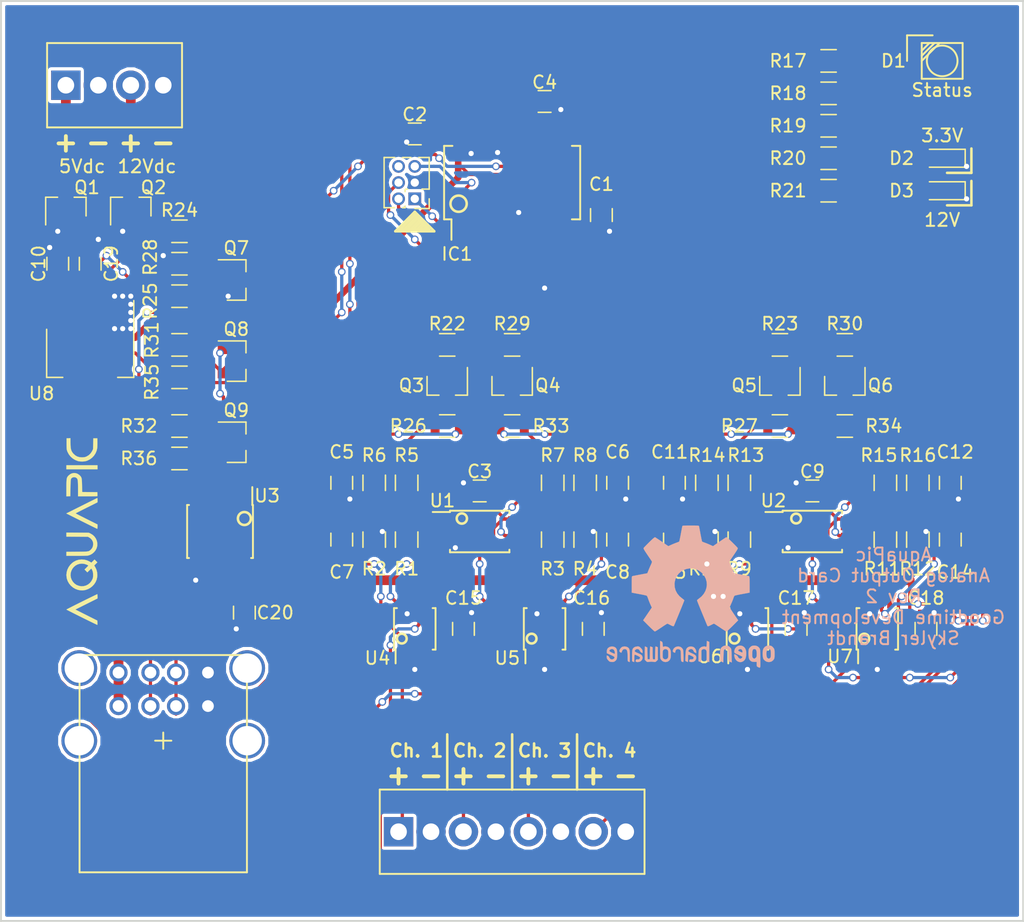
<source format=kicad_pcb>
(kicad_pcb (version 4) (host pcbnew 4.0.7)
  (layers (0 F.Cu signal) (31 B.Cu signal) (34 B.Paste user) (35 F.Paste user) (36 B.SilkS user) (37 F.SilkS user) (38 B.Mask user) (39 F.Mask user) (44 Edge.Cuts user))
  (net 0 "")
  (net 1 +5V)
  (net 2 GND)
  (net 3 "Net-(D1-Pad2)")
  (net 4 "Net-(D1-Pad3)")
  (net 5 "Net-(D1-Pad1)")
  (net 6 //MCLR)
  (net 7 /RX)
  (net 8 /TX)
  (net 9 /PGC)
  (net 10 /PGD)
  (net 11 "Net-(P3-Pad1)")
  (net 12 +3V3)
  (net 13 "Net-(D2-Pad2)")
  (net 14 /LED_R)
  (net 15 /LED_G)
  (net 16 /LED_Y)
  (net 17 //RTS)
  (net 18 /TX_LV)
  (net 19 /RX_LV)
  (net 20 /A)
  (net 21 /B)
  (net 22 /RTS)
  (net 23 +12V)
  (net 24 "Net-(C4-Pad1)")
  (net 25 "Net-(C5-Pad1)")
  (net 26 "Net-(C6-Pad1)")
  (net 27 "Net-(C7-Pad1)")
  (net 28 /A1)
  (net 29 "Net-(C8-Pad1)")
  (net 30 /A2)
  (net 31 "Net-(C11-Pad1)")
  (net 32 "Net-(C12-Pad1)")
  (net 33 "Net-(C13-Pad1)")
  (net 34 /A3)
  (net 35 "Net-(C14-Pad1)")
  (net 36 /A4)
  (net 37 "Net-(D3-Pad2)")
  (net 38 /PWM1_LV)
  (net 39 /PWM2_LV)
  (net 40 /PWM3_LV)
  (net 41 /PWM4_LV)
  (net 42 "Net-(IC1-Pad9)")
  (net 43 "Net-(IC1-Pad10)")
  (net 44 "Net-(IC1-Pad11)")
  (net 45 /RELAY1)
  (net 46 /RELAY2)
  (net 47 /RELAY3)
  (net 48 /RELAY4)
  (net 49 "Net-(IC1-Pad19)")
  (net 50 /OUT1)
  (net 51 /OUT2)
  (net 52 /OUT3)
  (net 53 /OUT4)
  (net 54 "Net-(P3-Pad3)")
  (net 55 /PWM1)
  (net 56 /PWM3)
  (net 57 "Net-(Q5-Pad1)")
  (net 58 /PWM2)
  (net 59 /PWM4)
  (net 60 "Net-(R1-Pad1)")
  (net 61 "Net-(R3-Pad1)")
  (net 62 "Net-(R10-Pad1)")
  (net 63 "Net-(R11-Pad1)")
  (net 64 "Net-(U4-Pad5)")
  (net 65 "Net-(U5-Pad5)")
  (net 66 "Net-(U6-Pad5)")
  (net 67 "Net-(U7-Pad5)")
  (net 68 "Net-(P4-Pad6)")
  (module Resistors_SMD:R_0805 (layer F.Cu) (at 60.96 -45.085 180)
    (fp_text reference R23 (at 0 1.651 180) (layer F.SilkS))
    (fp_text value 4K99)
    (pad 1 smd rect (at -0.95 0 180) (size 0.7 1.3) (layers F.Cu F.Paste F.Mask) (net 12 +3V3))
    (pad 2 smd rect (at 0.95 0 180) (size 0.7 1.3) (layers F.Cu F.Paste F.Mask) (net 40 /PWM3_LV))
  )
  (module Resistors_SMD:R_0805 (layer F.Cu) (at 13.97 -48.895)
    (fp_text reference R28 (at -2.286 -3.048 90) (layer F.SilkS))
    (fp_text value 10K)
    (pad 1 smd rect (at -0.95 0) (size 0.7 1.3) (layers F.Cu F.Paste F.Mask) (net 1 +5V))
    (pad 2 smd rect (at 0.95 0) (size 0.7 1.3) (layers F.Cu F.Paste F.Mask) (net 22 /RTS))
  )
  (module Resistors_SMD:R_0805 (layer F.Cu) (at 13.97 -51.435 180)
    (fp_text reference R25 (at 2.286 -2.921 270) (layer F.SilkS))
    (fp_text value 10K)
    (pad 1 smd rect (at -0.95 0 180) (size 0.7 1.3) (layers F.Cu F.Paste F.Mask) (net 57 "Net-(Q5-Pad1)"))
    (pad 2 smd rect (at 0.95 0 180) (size 0.7 1.3) (layers F.Cu F.Paste F.Mask) (net 2 GND))
  )
  (module Resistors_SMD:R_0805 (layer F.Cu) (at 13.97 -53.975)
    (fp_text reference R24 (at 0 -1.65) (layer F.SilkS))
    (fp_text value 1K)
    (pad 1 smd rect (at -0.95 0) (size 0.7 1.3) (layers F.Cu F.Paste F.Mask) (net 57 "Net-(Q5-Pad1)"))
    (pad 2 smd rect (at 0.95 0) (size 0.7 1.3) (layers F.Cu F.Paste F.Mask) (net 17 //RTS))
  )
  (module TO_SOT_Packages_SMD:SOT-23 (layer F.Cu) (at 18.415 -50.165)
    (fp_text reference Q7 (at 0 -2.5) (layer F.SilkS))
    (fp_text value NX7002AK)
    (pad 1 smd rect (at -1 -0.95) (size 0.9 0.8) (layers F.Cu F.Paste F.Mask) (net 57 "Net-(Q5-Pad1)"))
    (pad 2 smd rect (at -1 0.95) (size 0.9 0.8) (layers F.Cu F.Paste F.Mask) (net 2 GND))
    (pad 3 smd rect (at 1 0) (size 0.9 0.8) (layers F.Cu F.Paste F.Mask) (net 22 /RTS))
  )
  (module Symbols:OSHW-Logo2_14.6x12mm_SilkScreen (layer B.Cu) (at 53.975 -25.4 180)
    (fp_text reference REF*** (at 0 3.175 180) (layer B.SilkS) (effects (justify mirror)))
    (fp_text value OSHW-Logo2_14.6x12mm_SilkScreen hide)
  )
  (module MyFootPrints:AquaPic_Logo_Small (layer F.Cu) (at 6.35 -30.48 90)
    (fp_text reference G*** hide)
    (fp_text value LOGO hide)
  )
  (module Capacitors_SMD:C_0805 (layer F.Cu) (at 46.99 -55.245 270)
    (fp_text reference C1 (at -2.413 0 360) (layer F.SilkS))
    (fp_text value 100nF)
    (pad 1 smd rect (at -1 0 270) (size 1 1.25) (layers F.Cu F.Paste F.Mask) (net 12 +3V3))
    (pad 2 smd rect (at 1 0 270) (size 1 1.25) (layers F.Cu F.Paste F.Mask) (net 2 GND))
  )
  (module Capacitors_SMD:C_0805 (layer F.Cu) (at 32.385 -61.595 180)
    (fp_text reference C2 (at 0 1.524 360) (layer F.SilkS))
    (fp_text value 100nF)
    (pad 1 smd rect (at -1 0 180) (size 1 1.25) (layers F.Cu F.Paste F.Mask) (net 12 +3V3))
    (pad 2 smd rect (at 1 0 180) (size 1 1.25) (layers F.Cu F.Paste F.Mask) (net 2 GND))
  )
  (module Capacitors_SMD:C_0805 (layer F.Cu) (at 37.465 -33.655 180)
    (fp_text reference C3 (at 0 1.524 180) (layer F.SilkS))
    (fp_text value 100nF)
    (pad 1 smd rect (at -1 0 180) (size 1 1.25) (layers F.Cu F.Paste F.Mask) (net 23 +12V))
    (pad 2 smd rect (at 1 0 180) (size 1 1.25) (layers F.Cu F.Paste F.Mask) (net 2 GND))
  )
  (module Capacitors_SMD:C_0805 (layer F.Cu) (at 42.545 -64.135)
    (fp_text reference C4 (at 0 -1.5) (layer F.SilkS))
    (fp_text value 100nF)
    (pad 1 smd rect (at -1 0) (size 1 1.25) (layers F.Cu F.Paste F.Mask) (net 24 "Net-(C4-Pad1)"))
    (pad 2 smd rect (at 1 0) (size 1 1.25) (layers F.Cu F.Paste F.Mask) (net 2 GND))
  )
  (module Capacitors_SMD:C_0805 (layer F.Cu) (at 26.67 -34.29 270)
    (fp_text reference C5 (at -2.413 0 360) (layer F.SilkS))
    (fp_text value 220nF)
    (pad 1 smd rect (at -1 0 270) (size 1 1.25) (layers F.Cu F.Paste F.Mask) (net 25 "Net-(C5-Pad1)"))
    (pad 2 smd rect (at 1 0 270) (size 1 1.25) (layers F.Cu F.Paste F.Mask) (net 2 GND))
  )
  (module Capacitors_SMD:C_0805 (layer F.Cu) (at 48.26 -34.29 270)
    (fp_text reference C6 (at -2.413 0 360) (layer F.SilkS))
    (fp_text value 220nF)
    (pad 1 smd rect (at -1 0 270) (size 1 1.25) (layers F.Cu F.Paste F.Mask) (net 26 "Net-(C6-Pad1)"))
    (pad 2 smd rect (at 1 0 270) (size 1 1.25) (layers F.Cu F.Paste F.Mask) (net 2 GND))
  )
  (module Capacitors_SMD:C_0805 (layer F.Cu) (at 26.67 -29.845 90)
    (fp_text reference C7 (at -2.54 0 180) (layer F.SilkS))
    (fp_text value 100nF)
    (pad 1 smd rect (at -1 0 90) (size 1 1.25) (layers F.Cu F.Paste F.Mask) (net 27 "Net-(C7-Pad1)"))
    (pad 2 smd rect (at 1 0 90) (size 1 1.25) (layers F.Cu F.Paste F.Mask) (net 28 /A1))
  )
  (module Capacitors_SMD:C_0805 (layer F.Cu) (at 48.26 -29.845 90)
    (fp_text reference C8 (at -2.54 0 180) (layer F.SilkS))
    (fp_text value 100nF)
    (pad 1 smd rect (at -1 0 90) (size 1 1.25) (layers F.Cu F.Paste F.Mask) (net 29 "Net-(C8-Pad1)"))
    (pad 2 smd rect (at 1 0 90) (size 1 1.25) (layers F.Cu F.Paste F.Mask) (net 30 /A2))
  )
  (module Capacitors_SMD:C_0805 (layer F.Cu) (at 63.5 -33.655 180)
    (fp_text reference C9 (at 0 1.524 180) (layer F.SilkS))
    (fp_text value 100nF)
    (pad 1 smd rect (at -1 0 180) (size 1 1.25) (layers F.Cu F.Paste F.Mask) (net 23 +12V))
    (pad 2 smd rect (at 1 0 180) (size 1 1.25) (layers F.Cu F.Paste F.Mask) (net 2 GND))
  )
  (module Capacitors_SMD:C_0805 (layer F.Cu) (at 4.445 -51.435 90)
    (fp_text reference C10 (at 0 -1.5 90) (layer F.SilkS))
    (fp_text value 4u7)
    (pad 1 smd rect (at -1 0 90) (size 1 1.25) (layers F.Cu F.Paste F.Mask) (net 1 +5V))
    (pad 2 smd rect (at 1 0 90) (size 1 1.25) (layers F.Cu F.Paste F.Mask) (net 2 GND))
  )
  (module Capacitors_SMD:C_0805 (layer F.Cu) (at 52.705 -34.29 270)
    (fp_text reference C11 (at -2.413 0.381 360) (layer F.SilkS))
    (fp_text value 220nF)
    (pad 1 smd rect (at -1 0 270) (size 1 1.25) (layers F.Cu F.Paste F.Mask) (net 31 "Net-(C11-Pad1)"))
    (pad 2 smd rect (at 1 0 270) (size 1 1.25) (layers F.Cu F.Paste F.Mask) (net 2 GND))
  )
  (module Capacitors_SMD:C_0805 (layer F.Cu) (at 74.295 -34.29 270)
    (fp_text reference C12 (at -2.413 -0.381 360) (layer F.SilkS))
    (fp_text value 220nF)
    (pad 1 smd rect (at -1 0 270) (size 1 1.25) (layers F.Cu F.Paste F.Mask) (net 32 "Net-(C12-Pad1)"))
    (pad 2 smd rect (at 1 0 270) (size 1 1.25) (layers F.Cu F.Paste F.Mask) (net 2 GND))
  )
  (module Capacitors_SMD:C_0805 (layer F.Cu) (at 52.705 -29.845 90)
    (fp_text reference C13 (at -2.54 -0.508 180) (layer F.SilkS))
    (fp_text value 100nF)
    (pad 1 smd rect (at -1 0 90) (size 1 1.25) (layers F.Cu F.Paste F.Mask) (net 33 "Net-(C13-Pad1)"))
    (pad 2 smd rect (at 1 0 90) (size 1 1.25) (layers F.Cu F.Paste F.Mask) (net 34 /A3))
  )
  (module Capacitors_SMD:C_0805 (layer F.Cu) (at 74.295 -29.845 90)
    (fp_text reference C14 (at -2.54 0.381 180) (layer F.SilkS))
    (fp_text value 100nF)
    (pad 1 smd rect (at -1 0 90) (size 1 1.25) (layers F.Cu F.Paste F.Mask) (net 35 "Net-(C14-Pad1)"))
    (pad 2 smd rect (at 1 0 90) (size 1 1.25) (layers F.Cu F.Paste F.Mask) (net 36 /A4))
  )
  (module Capacitors_SMD:C_0805 (layer F.Cu) (at 36.195 -22.86 90)
    (fp_text reference C15 (at 2.413 0 180) (layer F.SilkS))
    (fp_text value 100nF)
    (pad 1 smd rect (at -1 0 90) (size 1 1.25) (layers F.Cu F.Paste F.Mask) (net 23 +12V))
    (pad 2 smd rect (at 1 0 90) (size 1 1.25) (layers F.Cu F.Paste F.Mask) (net 2 GND))
  )
  (module Capacitors_SMD:C_0805 (layer F.Cu) (at 46.355 -22.86 90)
    (fp_text reference C16 (at 2.413 -0.127 180) (layer F.SilkS))
    (fp_text value 100nF)
    (pad 1 smd rect (at -1 0 90) (size 1 1.25) (layers F.Cu F.Paste F.Mask) (net 23 +12V))
    (pad 2 smd rect (at 1 0 90) (size 1 1.25) (layers F.Cu F.Paste F.Mask) (net 2 GND))
  )
  (module Capacitors_SMD:C_0805 (layer F.Cu) (at 62.23 -22.86 90)
    (fp_text reference C17 (at 2.413 0 180) (layer F.SilkS))
    (fp_text value 100nF)
    (pad 1 smd rect (at -1 0 90) (size 1 1.25) (layers F.Cu F.Paste F.Mask) (net 23 +12V))
    (pad 2 smd rect (at 1 0 90) (size 1 1.25) (layers F.Cu F.Paste F.Mask) (net 2 GND))
  )
  (module Capacitors_SMD:C_0805 (layer F.Cu) (at 72.39 -22.86 90)
    (fp_text reference C18 (at 2.413 0 180) (layer F.SilkS))
    (fp_text value 100nF)
    (pad 1 smd rect (at -1 0 90) (size 1 1.25) (layers F.Cu F.Paste F.Mask) (net 23 +12V))
    (pad 2 smd rect (at 1 0 90) (size 1 1.25) (layers F.Cu F.Paste F.Mask) (net 2 GND))
  )
  (module Capacitors_SMD:C_0805 (layer F.Cu) (at 6.985 -51.435 90)
    (fp_text reference C19 (at 0 1.651 90) (layer F.SilkS))
    (fp_text value 4u7)
    (pad 1 smd rect (at -1 0 90) (size 1 1.25) (layers F.Cu F.Paste F.Mask) (net 12 +3V3))
    (pad 2 smd rect (at 1 0 90) (size 1 1.25) (layers F.Cu F.Paste F.Mask) (net 2 GND))
  )
  (module Capacitors_SMD:C_0805 (layer F.Cu) (at 19.05 -24.13 270)
    (fp_text reference C20 (at 0 -2.413 360) (layer F.SilkS))
    (fp_text value 100nF)
    (pad 1 smd rect (at -1 0 270) (size 1 1.25) (layers F.Cu F.Paste F.Mask) (net 1 +5V))
    (pad 2 smd rect (at 1 0 270) (size 1 1.25) (layers F.Cu F.Paste F.Mask) (net 2 GND))
  )
  (module LEDs:LED_0805 (layer F.Cu) (at 73.66 -59.69 180)
    (fp_text reference D2 (at 3.175 0 180) (layer F.SilkS))
    (fp_text value APT2012)
    (pad 2 smd rect (at 1.1 0) (size 1.2 1.2) (layers F.Cu F.Paste F.Mask) (net 13 "Net-(D2-Pad2)"))
    (pad 1 smd rect (at -1.1 0) (size 1.2 1.2) (layers F.Cu F.Paste F.Mask) (net 2 GND))
  )
  (module LEDs:LED_0805 (layer F.Cu) (at 73.66 -57.15 180)
    (fp_text reference D3 (at 3.175 0 180) (layer F.SilkS))
    (fp_text value APT2012)
    (pad 2 smd rect (at 1.1 0) (size 1.2 1.2) (layers F.Cu F.Paste F.Mask) (net 37 "Net-(D3-Pad2)"))
    (pad 1 smd rect (at -1.1 0) (size 1.2 1.2) (layers F.Cu F.Paste F.Mask) (net 2 GND))
  )
  (module Housings_SSOP:SSOP-28_5.3x10.2mm_Pitch0.65mm (layer F.Cu) (at 40.005 -57.785 90)
    (fp_text reference IC1 (at -5.588 -4.318 180) (layer F.SilkS))
    (fp_text value PIC32MM0064GPM028)
    (pad 1 smd rect (at -3.6 -4.225 90) (size 1.75 0.45) (layers F.Cu F.Paste F.Mask) (net 6 //MCLR))
    (pad 2 smd rect (at -3.6 -3.575 90) (size 1.75 0.45) (layers F.Cu F.Paste F.Mask) (net 9 /PGC))
    (pad 3 smd rect (at -3.6 -2.925 90) (size 1.75 0.45) (layers F.Cu F.Paste F.Mask) (net 10 /PGD))
    (pad 4 smd rect (at -3.6 -2.275 90) (size 1.75 0.45) (layers F.Cu F.Paste F.Mask) (net 38 /PWM1_LV))
    (pad 5 smd rect (at -3.6 -1.625 90) (size 1.75 0.45) (layers F.Cu F.Paste F.Mask) (net 39 /PWM2_LV))
    (pad 6 smd rect (at -3.6 -0.975 90) (size 1.75 0.45) (layers F.Cu F.Paste F.Mask) (net 40 /PWM3_LV))
    (pad 7 smd rect (at -3.6 -0.325 90) (size 1.75 0.45) (layers F.Cu F.Paste F.Mask) (net 41 /PWM4_LV))
    (pad 8 smd rect (at -3.6 0.325 90) (size 1.75 0.45) (layers F.Cu F.Paste F.Mask) (net 2 GND))
    (pad 9 smd rect (at -3.6 0.975 90) (size 1.75 0.45) (layers F.Cu F.Paste F.Mask) (net 42 "Net-(IC1-Pad9)"))
    (pad 10 smd rect (at -3.6 1.625 90) (size 1.75 0.45) (layers F.Cu F.Paste F.Mask) (net 43 "Net-(IC1-Pad10)"))
    (pad 11 smd rect (at -3.6 2.275 90) (size 1.75 0.45) (layers F.Cu F.Paste F.Mask) (net 44 "Net-(IC1-Pad11)"))
    (pad 12 smd rect (at -3.6 2.925 90) (size 1.75 0.45) (layers F.Cu F.Paste F.Mask) (net 45 /RELAY1))
    (pad 13 smd rect (at -3.6 3.575 90) (size 1.75 0.45) (layers F.Cu F.Paste F.Mask) (net 12 +3V3))
    (pad 14 smd rect (at -3.6 4.225 90) (size 1.75 0.45) (layers F.Cu F.Paste F.Mask) (net 46 /RELAY2))
    (pad 15 smd rect (at 3.6 4.225 90) (size 1.75 0.45) (layers F.Cu F.Paste F.Mask) (net 47 /RELAY3))
    (pad 16 smd rect (at 3.6 3.575 90) (size 1.75 0.45) (layers F.Cu F.Paste F.Mask) (net 48 /RELAY4))
    (pad 17 smd rect (at 3.6 2.925 90) (size 1.75 0.45) (layers F.Cu F.Paste F.Mask) (net 17 //RTS))
    (pad 18 smd rect (at 3.6 2.275 90) (size 1.75 0.45) (layers F.Cu F.Paste F.Mask) (net 17 //RTS))
    (pad 19 smd rect (at 3.6 1.625 90) (size 1.75 0.45) (layers F.Cu F.Paste F.Mask) (net 49 "Net-(IC1-Pad19)"))
    (pad 20 smd rect (at 3.6 0.975 90) (size 1.75 0.45) (layers F.Cu F.Paste F.Mask) (net 24 "Net-(C4-Pad1)"))
    (pad 21 smd rect (at 3.6 0.325 90) (size 1.75 0.45) (layers F.Cu F.Paste F.Mask) (net 16 /LED_Y))
    (pad 22 smd rect (at 3.6 -0.325 90) (size 1.75 0.45) (layers F.Cu F.Paste F.Mask) (net 15 /LED_G))
    (pad 23 smd rect (at 3.6 -0.975 90) (size 1.75 0.45) (layers F.Cu F.Paste F.Mask) (net 2 GND))
    (pad 24 smd rect (at 3.6 -1.625 90) (size 1.75 0.45) (layers F.Cu F.Paste F.Mask) (net 14 /LED_R))
    (pad 25 smd rect (at 3.6 -2.275 90) (size 1.75 0.45) (layers F.Cu F.Paste F.Mask) (net 18 /TX_LV))
    (pad 26 smd rect (at 3.6 -2.925 90) (size 1.75 0.45) (layers F.Cu F.Paste F.Mask) (net 19 /RX_LV))
    (pad 27 smd rect (at 3.6 -3.575 90) (size 1.75 0.45) (layers F.Cu F.Paste F.Mask) (net 2 GND))
    (pad 28 smd rect (at 3.6 -4.225 90) (size 1.75 0.45) (layers F.Cu F.Paste F.Mask) (net 12 +3V3))
  )
  (module MyFootPrints:Screw_Header_1x8 (layer F.Cu) (at 40.005 -6.985)
    (fp_text reference P1 hide)
    (fp_text value "8x1 2.54")
    (pad 1 thru_hole rect (at -8.89 0) (size 2.3 2.3) (drill 1.3) (layers *.Cu *.Mask) (net 50 /OUT1))
    (pad 2 thru_hole circle (at -6.35 0) (size 2.3 2.3) (drill 1.3) (layers *.Cu *.Mask) (net 2 GND))
    (pad 3 thru_hole circle (at -3.81 0) (size 2.3 2.3) (drill 1.3) (layers *.Cu *.Mask) (net 51 /OUT2))
    (pad 4 thru_hole circle (at -1.27 0) (size 2.3 2.3) (drill 1.3) (layers *.Cu *.Mask) (net 2 GND))
    (pad 5 thru_hole circle (at 1.27 0) (size 2.3 2.3) (drill 1.3) (layers *.Cu *.Mask) (net 52 /OUT3))
    (pad 6 thru_hole circle (at 3.81 0) (size 2.3 2.3) (drill 1.3) (layers *.Cu *.Mask) (net 2 GND))
    (pad 7 thru_hole circle (at 6.35 0) (size 2.3 2.3) (drill 1.3) (layers *.Cu *.Mask) (net 53 /OUT4))
    (pad 8 thru_hole circle (at 8.89 0) (size 2.3 2.3) (drill 1.3) (layers *.Cu *.Mask) (net 2 GND))
  )
  (module MyFootPrints:Screw_Header_1x4 (layer F.Cu) (at 8.89 -65.405)
    (fp_text reference P3 hide)
    (fp_text value "4x1 2.54" hide)
    (pad 1 thru_hole rect (at -3.81 0) (size 2.3 2.3) (drill 1.3) (layers *.Cu *.Mask) (net 11 "Net-(P3-Pad1)"))
    (pad 2 thru_hole circle (at -1.27 0) (size 2.3 2.3) (drill 1.3) (layers *.Cu *.Mask) (net 2 GND))
    (pad 3 thru_hole circle (at 1.27 0) (size 2.3 2.3) (drill 1.3) (layers *.Cu *.Mask) (net 54 "Net-(P3-Pad3)"))
    (pad 4 thru_hole circle (at 3.81 0) (size 2.3 2.3) (drill 1.3) (layers *.Cu *.Mask) (net 2 GND))
  )
  (module TO_SOT_Packages_SMD:SOT-23 (layer F.Cu) (at 5.08 -55.88 90)
    (fp_text reference Q1 (at 1.524 1.651 180) (layer F.SilkS))
    (fp_text value AO3407A)
    (pad 1 smd rect (at -1 -0.95 90) (size 0.9 0.8) (layers F.Cu F.Paste F.Mask) (net 2 GND))
    (pad 2 smd rect (at -1 0.95 90) (size 0.9 0.8) (layers F.Cu F.Paste F.Mask) (net 1 +5V))
    (pad 3 smd rect (at 1 0 90) (size 0.9 0.8) (layers F.Cu F.Paste F.Mask) (net 11 "Net-(P3-Pad1)"))
  )
  (module TO_SOT_Packages_SMD:SOT-23 (layer F.Cu) (at 10.16 -55.88 90)
    (fp_text reference Q2 (at 1.524 1.778 180) (layer F.SilkS))
    (fp_text value AO3407A)
    (pad 1 smd rect (at -1 -0.95 90) (size 0.9 0.8) (layers F.Cu F.Paste F.Mask) (net 2 GND))
    (pad 2 smd rect (at -1 0.95 90) (size 0.9 0.8) (layers F.Cu F.Paste F.Mask) (net 23 +12V))
    (pad 3 smd rect (at 1 0 90) (size 0.9 0.8) (layers F.Cu F.Paste F.Mask) (net 54 "Net-(P3-Pad3)"))
  )
  (module TO_SOT_Packages_SMD:SOT-23 (layer F.Cu) (at 34.925 -41.91 270)
    (fp_text reference Q3 (at 0 2.794 360) (layer F.SilkS))
    (fp_text value NX7002AK)
    (pad 1 smd rect (at -1 -0.95 270) (size 0.9 0.8) (layers F.Cu F.Paste F.Mask) (net 12 +3V3))
    (pad 2 smd rect (at -1 0.95 270) (size 0.9 0.8) (layers F.Cu F.Paste F.Mask) (net 38 /PWM1_LV))
    (pad 3 smd rect (at 1 0 270) (size 0.9 0.8) (layers F.Cu F.Paste F.Mask) (net 55 /PWM1))
  )
  (module TO_SOT_Packages_SMD:SOT-23 (layer F.Cu) (at 60.96 -41.91 270)
    (fp_text reference Q5 (at 0 2.794 360) (layer F.SilkS))
    (fp_text value NX7002AK)
    (pad 1 smd rect (at -1 -0.95 270) (size 0.9 0.8) (layers F.Cu F.Paste F.Mask) (net 12 +3V3))
    (pad 2 smd rect (at -1 0.95 270) (size 0.9 0.8) (layers F.Cu F.Paste F.Mask) (net 40 /PWM3_LV))
    (pad 3 smd rect (at 1 0 270) (size 0.9 0.8) (layers F.Cu F.Paste F.Mask) (net 56 /PWM3))
  )
  (module TO_SOT_Packages_SMD:SOT-23 (layer F.Cu) (at 40.005 -41.91 270)
    (fp_text reference Q4 (at 0 -2.794 360) (layer F.SilkS))
    (fp_text value NX7002AK)
    (pad 1 smd rect (at -1 -0.95 270) (size 0.9 0.8) (layers F.Cu F.Paste F.Mask) (net 12 +3V3))
    (pad 2 smd rect (at -1 0.95 270) (size 0.9 0.8) (layers F.Cu F.Paste F.Mask) (net 39 /PWM2_LV))
    (pad 3 smd rect (at 1 0 270) (size 0.9 0.8) (layers F.Cu F.Paste F.Mask) (net 58 /PWM2))
  )
  (module TO_SOT_Packages_SMD:SOT-23 (layer F.Cu) (at 66.04 -41.91 270)
    (fp_text reference Q6 (at 0 -2.794 360) (layer F.SilkS))
    (fp_text value NX7002AK)
    (pad 1 smd rect (at -1 -0.95 270) (size 0.9 0.8) (layers F.Cu F.Paste F.Mask) (net 12 +3V3))
    (pad 2 smd rect (at -1 0.95 270) (size 0.9 0.8) (layers F.Cu F.Paste F.Mask) (net 41 /PWM4_LV))
    (pad 3 smd rect (at 1 0 270) (size 0.9 0.8) (layers F.Cu F.Paste F.Mask) (net 59 /PWM4))
  )
  (module TO_SOT_Packages_SMD:SOT-23 (layer F.Cu) (at 18.415 -43.815)
    (fp_text reference Q8 (at 0 -2.5) (layer F.SilkS))
    (fp_text value NX7002AK)
    (pad 1 smd rect (at -1 -0.95) (size 0.9 0.8) (layers F.Cu F.Paste F.Mask) (net 12 +3V3))
    (pad 2 smd rect (at -1 0.95) (size 0.9 0.8) (layers F.Cu F.Paste F.Mask) (net 18 /TX_LV))
    (pad 3 smd rect (at 1 0) (size 0.9 0.8) (layers F.Cu F.Paste F.Mask) (net 8 /TX))
  )
  (module TO_SOT_Packages_SMD:SOT-23 (layer F.Cu) (at 18.415 -37.465)
    (fp_text reference Q9 (at 0 -2.5) (layer F.SilkS))
    (fp_text value NX7002AK)
    (pad 1 smd rect (at -1 -0.95) (size 0.9 0.8) (layers F.Cu F.Paste F.Mask) (net 12 +3V3))
    (pad 2 smd rect (at -1 0.95) (size 0.9 0.8) (layers F.Cu F.Paste F.Mask) (net 19 /RX_LV))
    (pad 3 smd rect (at 1 0) (size 0.9 0.8) (layers F.Cu F.Paste F.Mask) (net 7 /RX))
  )
  (module Resistors_SMD:R_0805 (layer F.Cu) (at 31.75 -29.845 90)
    (fp_text reference R1 (at -2.286 0 180) (layer F.SilkS))
    (fp_text value 10K)
    (pad 1 smd rect (at -0.95 0 90) (size 0.7 1.3) (layers F.Cu F.Paste F.Mask) (net 60 "Net-(R1-Pad1)"))
    (pad 2 smd rect (at 0.95 0 90) (size 0.7 1.3) (layers F.Cu F.Paste F.Mask) (net 28 /A1))
  )
  (module Resistors_SMD:R_0805 (layer F.Cu) (at 29.21 -29.845 90)
    (fp_text reference R2 (at -2.286 0 180) (layer F.SilkS))
    (fp_text value 10K)
    (pad 1 smd rect (at -0.95 0 90) (size 0.7 1.3) (layers F.Cu F.Paste F.Mask) (net 60 "Net-(R1-Pad1)"))
    (pad 2 smd rect (at 0.95 0 90) (size 0.7 1.3) (layers F.Cu F.Paste F.Mask) (net 2 GND))
  )
  (module Resistors_SMD:R_0805 (layer F.Cu) (at 43.18 -29.845 90)
    (fp_text reference R3 (at -2.286 0 180) (layer F.SilkS))
    (fp_text value 10K)
    (pad 1 smd rect (at -0.95 0 90) (size 0.7 1.3) (layers F.Cu F.Paste F.Mask) (net 61 "Net-(R3-Pad1)"))
    (pad 2 smd rect (at 0.95 0 90) (size 0.7 1.3) (layers F.Cu F.Paste F.Mask) (net 30 /A2))
  )
  (module Resistors_SMD:R_0805 (layer F.Cu) (at 45.72 -29.845 90)
    (fp_text reference R4 (at -2.286 0 180) (layer F.SilkS))
    (fp_text value 10K)
    (pad 1 smd rect (at -0.95 0 90) (size 0.7 1.3) (layers F.Cu F.Paste F.Mask) (net 61 "Net-(R3-Pad1)"))
    (pad 2 smd rect (at 0.95 0 90) (size 0.7 1.3) (layers F.Cu F.Paste F.Mask) (net 2 GND))
  )
  (module Resistors_SMD:R_0805 (layer F.Cu) (at 31.75 -34.29 270)
    (fp_text reference R5 (at -2.159 0 360) (layer F.SilkS))
    (fp_text value 100K)
    (pad 1 smd rect (at -0.95 0 270) (size 0.7 1.3) (layers F.Cu F.Paste F.Mask) (net 55 /PWM1))
    (pad 2 smd rect (at 0.95 0 270) (size 0.7 1.3) (layers F.Cu F.Paste F.Mask) (net 27 "Net-(C7-Pad1)"))
  )
  (module Resistors_SMD:R_0805 (layer F.Cu) (at 29.21 -34.29 90)
    (fp_text reference R6 (at 2.159 0 180) (layer F.SilkS))
    (fp_text value 10K)
    (pad 1 smd rect (at -0.95 0 90) (size 0.7 1.3) (layers F.Cu F.Paste F.Mask) (net 27 "Net-(C7-Pad1)"))
    (pad 2 smd rect (at 0.95 0 90) (size 0.7 1.3) (layers F.Cu F.Paste F.Mask) (net 25 "Net-(C5-Pad1)"))
  )
  (module Resistors_SMD:R_0805 (layer F.Cu) (at 43.18 -34.29 270)
    (fp_text reference R7 (at -2.159 0 360) (layer F.SilkS))
    (fp_text value 100K)
    (pad 1 smd rect (at -0.95 0 270) (size 0.7 1.3) (layers F.Cu F.Paste F.Mask) (net 58 /PWM2))
    (pad 2 smd rect (at 0.95 0 270) (size 0.7 1.3) (layers F.Cu F.Paste F.Mask) (net 29 "Net-(C8-Pad1)"))
  )
  (module Resistors_SMD:R_0805 (layer F.Cu) (at 45.72 -34.29 90)
    (fp_text reference R8 (at 2.159 0 180) (layer F.SilkS))
    (fp_text value 10K)
    (pad 1 smd rect (at -0.95 0 90) (size 0.7 1.3) (layers F.Cu F.Paste F.Mask) (net 29 "Net-(C8-Pad1)"))
    (pad 2 smd rect (at 0.95 0 90) (size 0.7 1.3) (layers F.Cu F.Paste F.Mask) (net 26 "Net-(C6-Pad1)"))
  )
  (module Resistors_SMD:R_0805 (layer F.Cu) (at 57.785 -29.845 90)
    (fp_text reference R9 (at -2.286 0 180) (layer F.SilkS))
    (fp_text value 10K)
    (pad 1 smd rect (at -0.95 0 90) (size 0.7 1.3) (layers F.Cu F.Paste F.Mask) (net 62 "Net-(R10-Pad1)"))
    (pad 2 smd rect (at 0.95 0 90) (size 0.7 1.3) (layers F.Cu F.Paste F.Mask) (net 34 /A3))
  )
  (module Resistors_SMD:R_0805 (layer F.Cu) (at 55.245 -29.845 90)
    (fp_text reference R10 (at -2.286 0 180) (layer F.SilkS))
    (fp_text value 10K)
    (pad 1 smd rect (at -0.95 0 90) (size 0.7 1.3) (layers F.Cu F.Paste F.Mask) (net 62 "Net-(R10-Pad1)"))
    (pad 2 smd rect (at 0.95 0 90) (size 0.7 1.3) (layers F.Cu F.Paste F.Mask) (net 2 GND))
  )
  (module Resistors_SMD:R_0805 (layer F.Cu) (at 69.215 -29.845 90)
    (fp_text reference R11 (at -2.286 -0.254 180) (layer F.SilkS))
    (fp_text value 10K)
    (pad 1 smd rect (at -0.95 0 90) (size 0.7 1.3) (layers F.Cu F.Paste F.Mask) (net 63 "Net-(R11-Pad1)"))
    (pad 2 smd rect (at 0.95 0 90) (size 0.7 1.3) (layers F.Cu F.Paste F.Mask) (net 36 /A4))
  )
  (module Resistors_SMD:R_0805 (layer F.Cu) (at 71.755 -29.845 90)
    (fp_text reference R12 (at -2.286 0 180) (layer F.SilkS))
    (fp_text value 10K)
    (pad 1 smd rect (at -0.95 0 90) (size 0.7 1.3) (layers F.Cu F.Paste F.Mask) (net 63 "Net-(R11-Pad1)"))
    (pad 2 smd rect (at 0.95 0 90) (size 0.7 1.3) (layers F.Cu F.Paste F.Mask) (net 2 GND))
  )
  (module Resistors_SMD:R_0805 (layer F.Cu) (at 57.785 -34.29 270)
    (fp_text reference R13 (at -2.159 -0.508 360) (layer F.SilkS))
    (fp_text value 100K)
    (pad 1 smd rect (at -0.95 0 270) (size 0.7 1.3) (layers F.Cu F.Paste F.Mask) (net 56 /PWM3))
    (pad 2 smd rect (at 0.95 0 270) (size 0.7 1.3) (layers F.Cu F.Paste F.Mask) (net 33 "Net-(C13-Pad1)"))
  )
  (module Resistors_SMD:R_0805 (layer F.Cu) (at 55.245 -34.29 90)
    (fp_text reference R14 (at 2.159 0 180) (layer F.SilkS))
    (fp_text value 10K)
    (pad 1 smd rect (at -0.95 0 90) (size 0.7 1.3) (layers F.Cu F.Paste F.Mask) (net 33 "Net-(C13-Pad1)"))
    (pad 2 smd rect (at 0.95 0 90) (size 0.7 1.3) (layers F.Cu F.Paste F.Mask) (net 31 "Net-(C11-Pad1)"))
  )
  (module Resistors_SMD:R_0805 (layer F.Cu) (at 69.215 -34.29 270)
    (fp_text reference R15 (at -2.159 0.508 360) (layer F.SilkS))
    (fp_text value 100K)
    (pad 1 smd rect (at -0.95 0 270) (size 0.7 1.3) (layers F.Cu F.Paste F.Mask) (net 59 /PWM4))
    (pad 2 smd rect (at 0.95 0 270) (size 0.7 1.3) (layers F.Cu F.Paste F.Mask) (net 35 "Net-(C14-Pad1)"))
  )
  (module Resistors_SMD:R_0805 (layer F.Cu) (at 71.755 -34.29 90)
    (fp_text reference R16 (at 2.159 0 180) (layer F.SilkS))
    (fp_text value 10K)
    (pad 1 smd rect (at -0.95 0 90) (size 0.7 1.3) (layers F.Cu F.Paste F.Mask) (net 35 "Net-(C14-Pad1)"))
    (pad 2 smd rect (at 0.95 0 90) (size 0.7 1.3) (layers F.Cu F.Paste F.Mask) (net 32 "Net-(C12-Pad1)"))
  )
  (module Resistors_SMD:R_0805 (layer F.Cu) (at 64.77 -64.77 180)
    (fp_text reference R18 (at 3.175 0 180) (layer F.SilkS))
    (fp_text value 150R)
    (pad 1 smd rect (at -0.95 0 180) (size 0.7 1.3) (layers F.Cu F.Paste F.Mask) (net 5 "Net-(D1-Pad1)"))
    (pad 2 smd rect (at 0.95 0 180) (size 0.7 1.3) (layers F.Cu F.Paste F.Mask) (net 15 /LED_G))
  )
  (module Resistors_SMD:R_0805 (layer F.Cu) (at 64.77 -62.23 180)
    (fp_text reference R19 (at 3.175 0 180) (layer F.SilkS))
    (fp_text value 150R)
    (pad 1 smd rect (at -0.95 0 180) (size 0.7 1.3) (layers F.Cu F.Paste F.Mask) (net 3 "Net-(D1-Pad2)"))
    (pad 2 smd rect (at 0.95 0 180) (size 0.7 1.3) (layers F.Cu F.Paste F.Mask) (net 16 /LED_Y))
  )
  (module Resistors_SMD:R_0805 (layer F.Cu) (at 64.77 -67.31 180)
    (fp_text reference R17 (at 3.175 0 180) (layer F.SilkS))
    (fp_text value 150R)
    (pad 1 smd rect (at -0.95 0 180) (size 0.7 1.3) (layers F.Cu F.Paste F.Mask) (net 4 "Net-(D1-Pad3)"))
    (pad 2 smd rect (at 0.95 0 180) (size 0.7 1.3) (layers F.Cu F.Paste F.Mask) (net 14 /LED_R))
  )
  (module Resistors_SMD:R_0805 (layer F.Cu) (at 64.77 -59.69)
    (fp_text reference R20 (at -3.175 0) (layer F.SilkS))
    (fp_text value 150R)
    (pad 1 smd rect (at -0.95 0) (size 0.7 1.3) (layers F.Cu F.Paste F.Mask) (net 12 +3V3))
    (pad 2 smd rect (at 0.95 0) (size 0.7 1.3) (layers F.Cu F.Paste F.Mask) (net 13 "Net-(D2-Pad2)"))
  )
  (module Resistors_SMD:R_0805 (layer F.Cu) (at 64.77 -57.15)
    (fp_text reference R21 (at -3.175 0) (layer F.SilkS))
    (fp_text value 1K)
    (pad 1 smd rect (at -0.95 0) (size 0.7 1.3) (layers F.Cu F.Paste F.Mask) (net 23 +12V))
    (pad 2 smd rect (at 0.95 0) (size 0.7 1.3) (layers F.Cu F.Paste F.Mask) (net 37 "Net-(D3-Pad2)"))
  )
  (module Resistors_SMD:R_0805 (layer F.Cu) (at 34.925 -45.085 180)
    (fp_text reference R22 (at 0 1.651 180) (layer F.SilkS))
    (fp_text value 4K99)
    (pad 1 smd rect (at -0.95 0 180) (size 0.7 1.3) (layers F.Cu F.Paste F.Mask) (net 12 +3V3))
    (pad 2 smd rect (at 0.95 0 180) (size 0.7 1.3) (layers F.Cu F.Paste F.Mask) (net 38 /PWM1_LV))
  )
  (module Resistors_SMD:R_0805 (layer F.Cu) (at 34.925 -38.735 180)
    (fp_text reference R26 (at 3.048 0 180) (layer F.SilkS))
    (fp_text value 4K99)
    (pad 1 smd rect (at -0.95 0 180) (size 0.7 1.3) (layers F.Cu F.Paste F.Mask) (net 1 +5V))
    (pad 2 smd rect (at 0.95 0 180) (size 0.7 1.3) (layers F.Cu F.Paste F.Mask) (net 55 /PWM1))
  )
  (module Resistors_SMD:R_0805 (layer F.Cu) (at 60.96 -38.735 180)
    (fp_text reference R27 (at 3.175 0 180) (layer F.SilkS))
    (fp_text value 4K99)
    (pad 1 smd rect (at -0.95 0 180) (size 0.7 1.3) (layers F.Cu F.Paste F.Mask) (net 1 +5V))
    (pad 2 smd rect (at 0.95 0 180) (size 0.7 1.3) (layers F.Cu F.Paste F.Mask) (net 56 /PWM3))
  )
  (module Resistors_SMD:R_0805 (layer F.Cu) (at 40.005 -45.085 180)
    (fp_text reference R29 (at 0 1.651 180) (layer F.SilkS))
    (fp_text value 4K99)
    (pad 1 smd rect (at -0.95 0 180) (size 0.7 1.3) (layers F.Cu F.Paste F.Mask) (net 12 +3V3))
    (pad 2 smd rect (at 0.95 0 180) (size 0.7 1.3) (layers F.Cu F.Paste F.Mask) (net 39 /PWM2_LV))
  )
  (module Resistors_SMD:R_0805 (layer F.Cu) (at 66.04 -45.085 180)
    (fp_text reference R30 (at 0 1.651 180) (layer F.SilkS))
    (fp_text value 4K99)
    (pad 1 smd rect (at -0.95 0 180) (size 0.7 1.3) (layers F.Cu F.Paste F.Mask) (net 12 +3V3))
    (pad 2 smd rect (at 0.95 0 180) (size 0.7 1.3) (layers F.Cu F.Paste F.Mask) (net 41 /PWM4_LV))
  )
  (module Resistors_SMD:R_0805 (layer F.Cu) (at 13.97 -45.085)
    (fp_text reference R31 (at -2.159 -0.381 90) (layer F.SilkS))
    (fp_text value 4K99)
    (pad 1 smd rect (at -0.95 0) (size 0.7 1.3) (layers F.Cu F.Paste F.Mask) (net 12 +3V3))
    (pad 2 smd rect (at 0.95 0) (size 0.7 1.3) (layers F.Cu F.Paste F.Mask) (net 18 /TX_LV))
  )
  (module Resistors_SMD:R_0805 (layer F.Cu) (at 13.97 -38.735)
    (fp_text reference R32 (at -3.175 0) (layer F.SilkS))
    (fp_text value 4K99)
    (pad 1 smd rect (at -0.95 0) (size 0.7 1.3) (layers F.Cu F.Paste F.Mask) (net 12 +3V3))
    (pad 2 smd rect (at 0.95 0) (size 0.7 1.3) (layers F.Cu F.Paste F.Mask) (net 19 /RX_LV))
  )
  (module Resistors_SMD:R_0805 (layer F.Cu) (at 40.005 -38.735)
    (fp_text reference R33 (at 3.048 0) (layer F.SilkS))
    (fp_text value 4K99)
    (pad 1 smd rect (at -0.95 0) (size 0.7 1.3) (layers F.Cu F.Paste F.Mask) (net 1 +5V))
    (pad 2 smd rect (at 0.95 0) (size 0.7 1.3) (layers F.Cu F.Paste F.Mask) (net 58 /PWM2))
  )
  (module Resistors_SMD:R_0805 (layer F.Cu) (at 66.04 -38.735)
    (fp_text reference R34 (at 3.048 0) (layer F.SilkS))
    (fp_text value 4K99)
    (pad 1 smd rect (at -0.95 0) (size 0.7 1.3) (layers F.Cu F.Paste F.Mask) (net 1 +5V))
    (pad 2 smd rect (at 0.95 0) (size 0.7 1.3) (layers F.Cu F.Paste F.Mask) (net 59 /PWM4))
  )
  (module Resistors_SMD:R_0805 (layer F.Cu) (at 13.97 -42.545)
    (fp_text reference R35 (at -2.159 0.381 90) (layer F.SilkS))
    (fp_text value 4K99)
    (pad 1 smd rect (at -0.95 0) (size 0.7 1.3) (layers F.Cu F.Paste F.Mask) (net 1 +5V))
    (pad 2 smd rect (at 0.95 0) (size 0.7 1.3) (layers F.Cu F.Paste F.Mask) (net 8 /TX))
  )
  (module Resistors_SMD:R_0805 (layer F.Cu) (at 13.97 -36.195)
    (fp_text reference R36 (at -3.175 0) (layer F.SilkS))
    (fp_text value 4K99)
    (pad 1 smd rect (at -0.95 0) (size 0.7 1.3) (layers F.Cu F.Paste F.Mask) (net 1 +5V))
    (pad 2 smd rect (at 0.95 0) (size 0.7 1.3) (layers F.Cu F.Paste F.Mask) (net 7 /RX))
  )
  (module Housings_SSOP:TSSOP-8_4.4x3mm_Pitch0.65mm (layer F.Cu) (at 37.465 -30.48)
    (fp_text reference U1 (at -2.921 -2.413) (layer F.SilkS))
    (fp_text value LM358)
    (pad 1 smd rect (at -2.95 -0.975) (size 1.45 0.45) (layers F.Cu F.Paste F.Mask) (net 28 /A1))
    (pad 2 smd rect (at -2.95 -0.325) (size 1.45 0.45) (layers F.Cu F.Paste F.Mask) (net 25 "Net-(C5-Pad1)"))
    (pad 3 smd rect (at -2.95 0.325) (size 1.45 0.45) (layers F.Cu F.Paste F.Mask) (net 60 "Net-(R1-Pad1)"))
    (pad 4 smd rect (at -2.95 0.975) (size 1.45 0.45) (layers F.Cu F.Paste F.Mask) (net 2 GND))
    (pad 5 smd rect (at 2.95 0.975) (size 1.45 0.45) (layers F.Cu F.Paste F.Mask) (net 61 "Net-(R3-Pad1)"))
    (pad 6 smd rect (at 2.95 0.325) (size 1.45 0.45) (layers F.Cu F.Paste F.Mask) (net 26 "Net-(C6-Pad1)"))
    (pad 7 smd rect (at 2.95 -0.325) (size 1.45 0.45) (layers F.Cu F.Paste F.Mask) (net 30 /A2))
    (pad 8 smd rect (at 2.95 -0.975) (size 1.45 0.45) (layers F.Cu F.Paste F.Mask) (net 23 +12V))
  )
  (module Housings_SSOP:TSSOP-8_4.4x3mm_Pitch0.65mm (layer F.Cu) (at 63.5 -30.48)
    (fp_text reference U2 (at -3.048 -2.413) (layer F.SilkS))
    (fp_text value LM358)
    (pad 1 smd rect (at -2.95 -0.975) (size 1.45 0.45) (layers F.Cu F.Paste F.Mask) (net 34 /A3))
    (pad 2 smd rect (at -2.95 -0.325) (size 1.45 0.45) (layers F.Cu F.Paste F.Mask) (net 31 "Net-(C11-Pad1)"))
    (pad 3 smd rect (at -2.95 0.325) (size 1.45 0.45) (layers F.Cu F.Paste F.Mask) (net 62 "Net-(R10-Pad1)"))
    (pad 4 smd rect (at -2.95 0.975) (size 1.45 0.45) (layers F.Cu F.Paste F.Mask) (net 2 GND))
    (pad 5 smd rect (at 2.95 0.975) (size 1.45 0.45) (layers F.Cu F.Paste F.Mask) (net 63 "Net-(R11-Pad1)"))
    (pad 6 smd rect (at 2.95 0.325) (size 1.45 0.45) (layers F.Cu F.Paste F.Mask) (net 32 "Net-(C12-Pad1)"))
    (pad 7 smd rect (at 2.95 -0.325) (size 1.45 0.45) (layers F.Cu F.Paste F.Mask) (net 36 /A4))
    (pad 8 smd rect (at 2.95 -0.975) (size 1.45 0.45) (layers F.Cu F.Paste F.Mask) (net 23 +12V))
  )
  (module Housings_SSOP:TSSOP-8_3x3mm_Pitch0.65mm (layer F.Cu) (at 32.385 -22.86 90)
    (fp_text reference U4 (at -2.286 -2.921 180) (layer F.SilkS))
    (fp_text value DG469)
    (pad 1 smd rect (at -2.15 -0.975 90) (size 1.1 0.4) (layers F.Cu F.Paste F.Mask) (net 50 /OUT1))
    (pad 2 smd rect (at -2.15 -0.325 90) (size 1.1 0.4) (layers F.Cu F.Paste F.Mask) (net 28 /A1))
    (pad 3 smd rect (at -2.15 0.325 90) (size 1.1 0.4) (layers F.Cu F.Paste F.Mask) (net 2 GND))
    (pad 4 smd rect (at -2.15 0.975 90) (size 1.1 0.4) (layers F.Cu F.Paste F.Mask) (net 23 +12V))
    (pad 5 smd rect (at 2.15 0.975 90) (size 1.1 0.4) (layers F.Cu F.Paste F.Mask) (net 64 "Net-(U4-Pad5)"))
    (pad 6 smd rect (at 2.15 0.325 90) (size 1.1 0.4) (layers F.Cu F.Paste F.Mask) (net 45 /RELAY1))
    (pad 7 smd rect (at 2.15 -0.325 90) (size 1.1 0.4) (layers F.Cu F.Paste F.Mask) (net 2 GND))
    (pad 8 smd rect (at 2.15 -0.975 90) (size 1.1 0.4) (layers F.Cu F.Paste F.Mask) (net 55 /PWM1))
  )
  (module Housings_SSOP:TSSOP-8_3x3mm_Pitch0.65mm (layer F.Cu) (at 58.42 -22.86 90)
    (fp_text reference U6 (at -2.159 -2.921 180) (layer F.SilkS))
    (fp_text value DG469)
    (pad 1 smd rect (at -2.15 -0.975 90) (size 1.1 0.4) (layers F.Cu F.Paste F.Mask) (net 52 /OUT3))
    (pad 2 smd rect (at -2.15 -0.325 90) (size 1.1 0.4) (layers F.Cu F.Paste F.Mask) (net 34 /A3))
    (pad 3 smd rect (at -2.15 0.325 90) (size 1.1 0.4) (layers F.Cu F.Paste F.Mask) (net 2 GND))
    (pad 4 smd rect (at -2.15 0.975 90) (size 1.1 0.4) (layers F.Cu F.Paste F.Mask) (net 23 +12V))
    (pad 5 smd rect (at 2.15 0.975 90) (size 1.1 0.4) (layers F.Cu F.Paste F.Mask) (net 65 "Net-(U5-Pad5)"))
    (pad 6 smd rect (at 2.15 0.325 90) (size 1.1 0.4) (layers F.Cu F.Paste F.Mask) (net 47 /RELAY3))
    (pad 7 smd rect (at 2.15 -0.325 90) (size 1.1 0.4) (layers F.Cu F.Paste F.Mask) (net 2 GND))
    (pad 8 smd rect (at 2.15 -0.975 90) (size 1.1 0.4) (layers F.Cu F.Paste F.Mask) (net 56 /PWM3))
  )
  (module Housings_SSOP:TSSOP-8_3x3mm_Pitch0.65mm (layer F.Cu) (at 42.545 -22.86 90)
    (fp_text reference U5 (at -2.286 -2.921 180) (layer F.SilkS))
    (fp_text value DG469)
    (pad 1 smd rect (at -2.15 -0.975 90) (size 1.1 0.4) (layers F.Cu F.Paste F.Mask) (net 51 /OUT2))
    (pad 2 smd rect (at -2.15 -0.325 90) (size 1.1 0.4) (layers F.Cu F.Paste F.Mask) (net 30 /A2))
    (pad 3 smd rect (at -2.15 0.325 90) (size 1.1 0.4) (layers F.Cu F.Paste F.Mask) (net 2 GND))
    (pad 4 smd rect (at -2.15 0.975 90) (size 1.1 0.4) (layers F.Cu F.Paste F.Mask) (net 23 +12V))
    (pad 5 smd rect (at 2.15 0.975 90) (size 1.1 0.4) (layers F.Cu F.Paste F.Mask) (net 66 "Net-(U6-Pad5)"))
    (pad 6 smd rect (at 2.15 0.325 90) (size 1.1 0.4) (layers F.Cu F.Paste F.Mask) (net 46 /RELAY2))
    (pad 7 smd rect (at 2.15 -0.325 90) (size 1.1 0.4) (layers F.Cu F.Paste F.Mask) (net 2 GND))
    (pad 8 smd rect (at 2.15 -0.975 90) (size 1.1 0.4) (layers F.Cu F.Paste F.Mask) (net 58 /PWM2))
  )
  (module Housings_SSOP:TSSOP-8_3x3mm_Pitch0.65mm (layer F.Cu) (at 68.58 -22.86 90)
    (fp_text reference U7 (at -2.159 -2.921 180) (layer F.SilkS))
    (fp_text value DG469)
    (pad 1 smd rect (at -2.15 -0.975 90) (size 1.1 0.4) (layers F.Cu F.Paste F.Mask) (net 53 /OUT4))
    (pad 2 smd rect (at -2.15 -0.325 90) (size 1.1 0.4) (layers F.Cu F.Paste F.Mask) (net 36 /A4))
    (pad 3 smd rect (at -2.15 0.325 90) (size 1.1 0.4) (layers F.Cu F.Paste F.Mask) (net 2 GND))
    (pad 4 smd rect (at -2.15 0.975 90) (size 1.1 0.4) (layers F.Cu F.Paste F.Mask) (net 23 +12V))
    (pad 5 smd rect (at 2.15 0.975 90) (size 1.1 0.4) (layers F.Cu F.Paste F.Mask) (net 67 "Net-(U7-Pad5)"))
    (pad 6 smd rect (at 2.15 0.325 90) (size 1.1 0.4) (layers F.Cu F.Paste F.Mask) (net 48 /RELAY4))
    (pad 7 smd rect (at 2.15 -0.325 90) (size 1.1 0.4) (layers F.Cu F.Paste F.Mask) (net 2 GND))
    (pad 8 smd rect (at 2.15 -0.975 90) (size 1.1 0.4) (layers F.Cu F.Paste F.Mask) (net 59 /PWM4))
  )
  (module MyFootPrints:PLCC-4 (layer F.Cu) (at 73.66 -67.31 90)
    (fp_text reference D1 (at 0 -3.81 180) (layer F.SilkS))
    (fp_text value SMTL4-RGY)
    (pad 2 smd rect (at -0.75 1.55 90) (size 0.9 1.5) (layers F.Cu F.Paste F.Mask) (net 3 "Net-(D1-Pad2)"))
    (pad 4 smd rect (at 0.75 1.55 90) (size 0.9 1.5) (layers F.Cu F.Paste F.Mask) (net 12 +3V3))
    (pad 3 smd rect (at 0.75 -1.55 90) (size 0.9 1.5) (layers F.Cu F.Paste F.Mask) (net 4 "Net-(D1-Pad3)"))
    (pad 1 smd rect (at -0.75 -1.55 90) (size 0.9 1.5) (layers F.Cu F.Paste F.Mask) (net 5 "Net-(D1-Pad1)"))
  )
  (module MyFootPrints:USB-1.1_Stacked (layer F.Cu) (at 12.7 -13.97)
    (fp_text reference P2 hide)
    (fp_text value "Stacked USBA" hide)
    (pad 5 thru_hole circle (at -3.5 -5.470005) (size 1.42 1.42) (drill 0.92) (layers *.Cu *.Mask) (net 1 +5V))
    (pad 6 thru_hole circle (at -1 -5.470005) (size 1.42 1.42) (drill 0.92) (layers *.Cu *.Mask) (net 20 /A))
    (pad 7 thru_hole circle (at 1 -5.470005) (size 1.42 1.42) (drill 0.92) (layers *.Cu *.Mask) (net 21 /B))
    (pad 8 thru_hole circle (at 3.5 -5.470005) (size 1.42 1.42) (drill 0.92) (layers *.Cu *.Mask) (net 2 GND))
    (pad 1 thru_hole circle (at -3.5 -2.850005) (size 1.42 1.42) (drill 0.92) (layers *.Cu *.Mask) (net 1 +5V))
    (pad 2 thru_hole circle (at -1 -2.850005) (size 1.42 1.42) (drill 0.92) (layers *.Cu *.Mask) (net 20 /A))
    (pad 3 thru_hole circle (at 1 -2.850005) (size 1.42 1.42) (drill 0.92) (layers *.Cu *.Mask) (net 21 /B))
    (pad 4 thru_hole circle (at 3.5 -2.850005) (size 1.42 1.42) (drill 0.92) (layers *.Cu *.Mask) (net 2 GND))
    (pad Hole thru_hole circle (at 6.57 -0.140005) (size 2.8 2.8) (drill 2.3) (layers *.Cu *.Mask))
    (pad Hole thru_hole circle (at 6.57 -5.820005) (size 2.8 2.8) (drill 2.3) (layers *.Cu *.Mask))
    (pad Hole thru_hole circle (at -6.57 -5.820005) (size 2.8 2.8) (drill 2.3) (layers *.Cu *.Mask))
    (pad Hole thru_hole circle (at -6.57 -0.140005) (size 2.8 2.8) (drill 2.3) (layers *.Cu *.Mask))
  )
  (module Housings_SOIC:SOIC-8_3.9x4.9mm_Pitch1.27mm (layer F.Cu) (at 17.145 -30.48 270)
    (fp_text reference U3 (at -2.794 -3.683 360) (layer F.SilkS))
    (fp_text value ST485EC)
    (pad 1 smd rect (at -2.7 -1.905 270) (size 1.55 0.6) (layers F.Cu F.Paste F.Mask) (net 7 /RX))
    (pad 2 smd rect (at -2.7 -0.635 270) (size 1.55 0.6) (layers F.Cu F.Paste F.Mask) (net 22 /RTS))
    (pad 3 smd rect (at -2.7 0.635 270) (size 1.55 0.6) (layers F.Cu F.Paste F.Mask) (net 22 /RTS))
    (pad 4 smd rect (at -2.7 1.905 270) (size 1.55 0.6) (layers F.Cu F.Paste F.Mask) (net 8 /TX))
    (pad 5 smd rect (at 2.7 1.905 270) (size 1.55 0.6) (layers F.Cu F.Paste F.Mask) (net 2 GND))
    (pad 6 smd rect (at 2.7 0.635 270) (size 1.55 0.6) (layers F.Cu F.Paste F.Mask) (net 20 /A))
    (pad 7 smd rect (at 2.7 -0.635 270) (size 1.55 0.6) (layers F.Cu F.Paste F.Mask) (net 21 /B))
    (pad 8 smd rect (at 2.7 -1.905 270) (size 1.55 0.6) (layers F.Cu F.Paste F.Mask) (net 1 +5V))
  )
  (module TO_SOT_Packages_SMD:SOT-223 (layer F.Cu) (at 6.985 -44.45 270)
    (fp_text reference U8 (at 3.175 3.81 360) (layer F.SilkS))
    (fp_text value AP2114H)
    (pad 4 smd rect (at 3.15 0 270) (size 2 3.8) (layers F.Cu F.Paste F.Mask))
    (pad 2 smd rect (at -3.15 0 270) (size 2 1.5) (layers F.Cu F.Paste F.Mask) (net 12 +3V3))
    (pad 3 smd rect (at -3.15 2.3 270) (size 2 1.5) (layers F.Cu F.Paste F.Mask) (net 1 +5V))
    (pad 1 smd rect (at -3.15 -2.3 270) (size 2 1.5) (layers F.Cu F.Paste F.Mask) (net 2 GND))
  )
  (module MyFootPrints:Resonator_3.2x1.3 (layer F.Cu) (at 42.545 -50.8 180)
    (fp_text reference X1)
    (fp_text value 8MHz)
    (pad 2 smd rect (at 0 0 180) (size 0.4 2) (layers F.Cu F.Paste F.Mask) (net 2 GND))
    (pad 3 smd rect (at 1.2 0 180) (size 0.4 2) (layers F.Cu F.Paste F.Mask) (net 42 "Net-(IC1-Pad9)"))
    (pad 1 smd rect (at -1.2 0 180) (size 0.4 2) (layers F.Cu F.Paste F.Mask) (net 43 "Net-(IC1-Pad10)"))
  )
  (module Pin_Headers:Pin_Header_Straight_2x03_Pitch1.27mm (layer F.Cu) (at 32.385 -56.515 180)
    (fp_text reference P4 hide)
    (fp_text value "6x1 2.54 Pin Header")
    (pad 1 thru_hole rect (at 0 0 180) (size 1 1) (drill 0.65) (layers *.Cu *.Mask) (net 6 //MCLR))
    (pad 2 thru_hole oval (at 1.27 0 180) (size 1 1) (drill 0.65) (layers *.Cu *.Mask) (net 12 +3V3))
    (pad 3 thru_hole oval (at 0 1.27 180) (size 1 1) (drill 0.65) (layers *.Cu *.Mask) (net 2 GND))
    (pad 4 thru_hole oval (at 1.27 1.27 180) (size 1 1) (drill 0.65) (layers *.Cu *.Mask) (net 10 /PGD))
    (pad 5 thru_hole oval (at 0 2.54 180) (size 1 1) (drill 0.65) (layers *.Cu *.Mask) (net 9 /PGC))
    (pad 6 thru_hole oval (at 1.27 2.54 180) (size 1 1) (drill 0.65) (layers *.Cu *.Mask) (net 68 "Net-(P4-Pad6)"))
  )
  (gr_circle (center 35.814 -56.134) (end 35.814 -55.499) (layer F.SilkS) (width 0.2))
  (gr_line (start 75.946 -56.007) (end 75.946 -57.912) (layer F.SilkS) (width 0.2))
  (gr_line (start 74.041 -56.007) (end 75.946 -56.007) (layer F.SilkS) (width 0.2))
  (gr_line (start 75.946 -58.547) (end 75.946 -60.452) (layer F.SilkS) (width 0.2))
  (gr_line (start 75.819 -58.547) (end 75.946 -58.547) (layer F.SilkS) (width 0.2))
  (gr_line (start 74.041 -58.547) (end 75.819 -58.547) (layer F.SilkS) (width 0.2))
  (gr_circle (center 62.23 -31.496) (end 61.849 -31.496) (layer F.SilkS) (width 0.2))
  (gr_circle (center 36.068 -31.496) (end 35.687 -31.623) (layer F.SilkS) (width 0.2))
  (gr_circle (center 19.05 -31.496) (end 19.05 -32.004) (layer F.SilkS) (width 0.2))
  (gr_circle (center 31.369 -22.098) (end 31.369 -21.717) (layer F.SilkS) (width 0.2))
  (gr_circle (center 41.529 -22.098) (end 41.529 -21.717) (layer F.SilkS) (width 0.2))
  (gr_circle (center 57.404 -22.098) (end 57.404 -21.717) (layer F.SilkS) (width 0.2))
  (gr_circle (center 67.564 -22.098) (end 67.564 -21.717) (layer F.SilkS) (width 0.2))
  (gr_text - (at 48.895 -11.43) (layer F.SilkS) (effects (font (size 1.5 1.5) (thickness 0.3))))
  (gr_text - (at 43.815 -11.43) (layer F.SilkS) (effects (font (size 1.5 1.5) (thickness 0.3))))
  (gr_text - (at 38.735 -11.43) (layer F.SilkS) (effects (font (size 1.5 1.5) (thickness 0.3))))
  (gr_text - (at 33.655 -11.43) (layer F.SilkS) (effects (font (size 1.5 1.5) (thickness 0.3))))
  (gr_text + (at 46.355 -11.43) (layer F.SilkS) (effects (font (size 1.5 1.5) (thickness 0.3))))
  (gr_text + (at 41.275 -11.43) (layer F.SilkS) (effects (font (size 1.5 1.5) (thickness 0.3))))
  (gr_text + (at 36.195 -11.43) (layer F.SilkS) (effects (font (size 1.5 1.5) (thickness 0.3))))
  (gr_text + (at 31.115 -11.43) (layer F.SilkS) (effects (font (size 1.5 1.5) (thickness 0.3))))
  (gr_line (start 34.925 -10.287) (end 34.925 -14.605) (layer F.SilkS) (width 0.2))
  (gr_line (start 45.085 -10.287) (end 45.085 -14.605) (layer F.SilkS) (width 0.2))
  (gr_line (start 40.005 -10.287) (end 40.005 -14.605) (layer F.SilkS) (width 0.2))
  (gr_text "Ch. 4" (at 47.625 -13.335) (layer F.SilkS) (effects (font (size 1.016 1.016) (thickness 0.2032))))
  (gr_text "Ch. 3" (at 42.545 -13.335) (layer F.SilkS) (effects (font (size 1.016 1.016) (thickness 0.2032))))
  (gr_text "Ch. 2" (at 37.465 -13.335) (layer F.SilkS) (effects (font (size 1.016 1.016) (thickness 0.2032))))
  (gr_text "Ch. 1" (at 32.512 -13.335) (layer F.SilkS) (effects (font (size 1.016 1.016) (thickness 0.2032))))
  (gr_text 12Vdc (at 11.43 -59.055) (layer F.SilkS) (effects (font (size 1.016 1.016) (thickness 0.1524))))
  (gr_text 5Vdc (at 6.35 -59.055) (layer F.SilkS) (effects (font (size 1.016 1.016) (thickness 0.1524))))
  (gr_text 3.3V (at 73.66 -61.468) (layer F.SilkS) (effects (font (size 1.016 1.016) (thickness 0.1524))))
  (gr_text + (at 10.16 -60.96) (layer F.SilkS) (effects (font (size 1.5 1.5) (thickness 0.3))))
  (gr_text - (at 12.7 -60.96) (layer F.SilkS) (effects (font (size 1.5 1.5) (thickness 0.3))))
  (gr_line (start 33.274 -54.102) (end 33.401 -54.229) (angle 90) (layer F.SilkS) (width 0.2))
  (gr_line (start 33.02 -54.102) (end 33.274 -54.356) (angle 90) (layer F.SilkS) (width 0.2))
  (gr_line (start 32.766 -54.102) (end 33.147 -54.483) (angle 90) (layer F.SilkS) (width 0.2))
  (gr_line (start 33.528 -54.102) (end 31.115 -54.102) (angle 90) (layer F.SilkS) (width 0.2))
  (gr_line (start 33.909 -53.975) (end 30.861 -53.975) (angle 90) (layer F.SilkS) (width 0.2))
  (gr_line (start 31.496 -54.102) (end 32.512 -55.118) (angle 90) (layer F.SilkS) (width 0.2))
  (gr_line (start 32.385 -55.499) (end 30.861 -53.975) (angle 90) (layer F.SilkS) (width 0.2))
  (gr_line (start 31.242 -54.102) (end 32.385 -55.245) (angle 90) (layer F.SilkS) (width 0.2))
  (gr_line (start 32.385 -55.245) (end 32.385 -55.372) (angle 90) (layer F.SilkS) (width 0.2))
  (gr_line (start 32.258 -54.102) (end 32.893 -54.737) (angle 90) (layer F.SilkS) (width 0.2))
  (gr_line (start 32.004 -54.102) (end 32.766 -54.864) (angle 90) (layer F.SilkS) (width 0.2))
  (gr_line (start 31.75 -54.102) (end 32.639 -54.991) (angle 90) (layer F.SilkS) (width 0.2))
  (gr_text - (at 7.62 -60.96) (layer F.SilkS) (effects (font (size 1.5 1.5) (thickness 0.3))))
  (gr_text + (at 5.08 -60.96) (layer F.SilkS) (effects (font (size 1.5 1.5) (thickness 0.3))))
  (gr_text Status (at 73.66 -65.024) (layer F.SilkS) (effects (font (size 1.016 1.016) (thickness 0.1524))))
  (gr_text 12V (at 73.66 -54.864) (layer F.SilkS) (effects (font (size 1.016 1.016) (thickness 0.1524))))
  (gr_line (start 33.528 -54.102) (end 32.385 -55.245) (angle 90) (layer F.SilkS) (width 0.2))
  (gr_line (start 32.512 -54.102) (end 33.02 -54.61) (angle 90) (layer F.SilkS) (width 0.2))
  (gr_line (start 32.385 -55.499) (end 33.909 -53.975) (angle 90) (layer F.SilkS) (width 0.2))
  (gr_text "AquaPic\nAnalog Output Card\nRev 2\nGoodtime Development\nSkyler Brandt" (at 69.85 -25.4) (layer B.SilkS) (effects (font (size 1.016 1.016) (thickness 0.1524)) (justify mirror)))
  (gr_line (start 80 0) (end 0 0) (angle 90) (layer Edge.Cuts) (width 0.15))
  (gr_line (start 80 -72) (end 80 0) (angle 90) (layer Edge.Cuts) (width 0.15))
  (gr_line (start 0 -72) (end 80 -72) (angle 90) (layer Edge.Cuts) (width 0.15))
  (gr_line (start 0 0) (end 0 -72) (angle 90) (layer Edge.Cuts) (width 0.15))
  (segment (start 10.511 -44.45) (end 12.416 -42.545) (width 0.254) (layer F.Cu) (net 1))
  (segment (start 31.115 -38.1) (end 27.305 -38.1) (width 0.254) (layer F.Cu) (net 1))
  (segment (start 18.415 -29.21) (end 27.305 -38.1) (width 0.254) (layer F.Cu) (net 1))
  (segment (start 18.095 -29.21) (end 18.415 -29.21) (width 0.254) (layer F.Cu) (net 1))
  (segment (start 4.445 -29.21) (end 4.445 -47.36) (width 0.762) (layer F.Cu) (net 1))
  (segment (start 4.445 -25.199096) (end 4.445 -29.21) (width 0.762) (layer F.Cu) (net 1))
  (segment (start 4.445 -29.21) (end 18.095 -29.21) (width 0.254) (layer F.Cu) (net 1))
  (segment (start 18.095 -29.21) (end 19.05 -28.255) (width 0.254) (layer F.Cu) (net 1))
  (segment (start 19.05 -28.255) (end 19.05 -27.78) (width 0.254) (layer F.Cu) (net 1))
  (segment (start 9.2 -19.440005) (end 9.2 -20.444096) (width 0.762) (layer F.Cu) (net 1))
  (segment (start 9.2 -20.444096) (end 4.445 -25.199096) (width 0.762) (layer F.Cu) (net 1))
  (segment (start 4.445 -47.36) (end 4.685 -47.6) (width 0.762) (layer F.Cu) (net 1))
  (segment (start 9.2 -16.820005) (end 9.2 -19.440005) (width 0.762) (layer F.Cu) (net 1))
  (segment (start 9.525 -50.8) (end 11.43 -48.895) (width 0.254) (layer F.Cu) (net 1))
  (segment (start 11.43 -48.895) (end 13.02 -48.895) (width 0.254) (layer F.Cu) (net 1))
  (segment (start 8.255 -52.07) (end 9.525 -50.8) (width 0.254) (layer B.Cu) (net 1))
  (via (at 9.525 -50.8) (size 0.5969) (drill 0.4064) (layers F.Cu B.Cu) (net 1))
  (segment (start 5.603401 -51.593401) (end 7.778401 -51.593401) (width 0.254) (layer F.Cu) (net 1))
  (segment (start 7.778401 -51.593401) (end 8.255 -52.07) (width 0.254) (layer F.Cu) (net 1))
  (via (at 8.255 -52.07) (size 0.5969) (drill 0.4064) (layers F.Cu B.Cu) (net 1))
  (segment (start 35.56 -38.1) (end 31.115 -38.1) (width 0.254) (layer B.Cu) (net 1))
  (via (at 31.115 -38.1) (size 0.5969) (drill 0.4064) (layers F.Cu B.Cu) (net 1))
  (segment (start 35.875 -38.735) (end 35.875 -38.415) (width 0.254) (layer F.Cu) (net 1))
  (segment (start 35.875 -38.415) (end 35.56 -38.1) (width 0.254) (layer F.Cu) (net 1))
  (via (at 35.56 -38.1) (size 0.5969) (drill 0.4064) (layers F.Cu B.Cu) (net 1))
  (segment (start 61.595 -38.1) (end 61.595 -38.42) (width 0.254) (layer F.Cu) (net 1))
  (segment (start 61.595 -38.42) (end 61.91 -38.735) (width 0.254) (layer F.Cu) (net 1))
  (segment (start 57.15 -38.1) (end 61.595 -38.1) (width 0.254) (layer B.Cu) (net 1))
  (via (at 61.595 -38.1) (size 0.5969) (drill 0.4064) (layers F.Cu B.Cu) (net 1))
  (segment (start 42.545 -38.1) (end 57.15 -38.1) (width 0.254) (layer F.Cu) (net 1))
  (via (at 57.15 -38.1) (size 0.5969) (drill 0.4064) (layers F.Cu B.Cu) (net 1))
  (segment (start 39.37 -38.1) (end 42.545 -38.1) (width 0.254) (layer B.Cu) (net 1))
  (via (at 42.545 -38.1) (size 0.5969) (drill 0.4064) (layers F.Cu B.Cu) (net 1))
  (segment (start 39.055 -38.735) (end 39.055 -38.415) (width 0.254) (layer F.Cu) (net 1))
  (segment (start 39.055 -38.415) (end 39.37 -38.1) (width 0.254) (layer F.Cu) (net 1))
  (via (at 39.37 -38.1) (size 0.5969) (drill 0.4064) (layers F.Cu B.Cu) (net 1))
  (segment (start 35.875 -38.735) (end 39.055 -38.735) (width 0.254) (layer F.Cu) (net 1))
  (segment (start 61.91 -38.735) (end 65.09 -38.735) (width 0.254) (layer F.Cu) (net 1))
  (segment (start 7.585 -44.45) (end 10.511 -44.45) (width 0.254) (layer F.Cu) (net 1))
  (segment (start 4.685 -47.35) (end 7.585 -44.45) (width 0.254) (layer F.Cu) (net 1))
  (segment (start 12.065 -41.29) (end 12.065 -38.054) (width 0.254) (layer F.Cu) (net 1))
  (segment (start 12.065 -38.054) (end 13.02 -37.099) (width 0.254) (layer F.Cu) (net 1))
  (segment (start 13.02 -37.099) (end 13.02 -36.195) (width 0.254) (layer F.Cu) (net 1))
  (segment (start 13.02 -42.545) (end 13.02 -42.245) (width 0.254) (layer F.Cu) (net 1))
  (segment (start 13.02 -42.245) (end 12.065 -41.29) (width 0.254) (layer F.Cu) (net 1))
  (segment (start 4.685 -47.6) (end 4.685 -47.35) (width 0.254) (layer F.Cu) (net 1))
  (segment (start 12.416 -42.545) (end 13.02 -42.545) (width 0.254) (layer F.Cu) (net 1))
  (segment (start 6.03 -54.88) (end 6.03 -53.668) (width 0.762) (layer F.Cu) (net 1))
  (segment (start 5.603401 -53.241401) (end 5.603401 -51.593401) (width 0.762) (layer F.Cu) (net 1))
  (segment (start 6.03 -53.668) (end 5.603401 -53.241401) (width 0.762) (layer F.Cu) (net 1))
  (segment (start 5.603401 -51.593401) (end 4.445 -50.435) (width 0.762) (layer F.Cu) (net 1))
  (segment (start 19.05 -25.13) (end 19.05 -27.78) (width 0.254) (layer F.Cu) (net 1))
  (segment (start 6.985 -52.435) (end 6.985 -52.705) (width 0.254) (layer F.Cu) (net 2))
  (segment (start 6.985 -52.705) (end 7.62 -53.34) (width 0.254) (layer F.Cu) (net 2))
  (via (at 7.62 -53.34) (size 0.5969) (drill 0.4064) (layers F.Cu B.Cu) (net 2))
  (segment (start 4.445 -52.435) (end 4.08 -52.435) (width 0.254) (layer F.Cu) (net 2))
  (segment (start 4.08 -52.435) (end 3.81 -52.705) (width 0.254) (layer F.Cu) (net 2))
  (via (at 3.81 -52.705) (size 0.5969) (drill 0.4064) (layers F.Cu B.Cu) (net 2))
  (segment (start 31.385 -61.595) (end 31.385 -61.325) (width 0.254) (layer F.Cu) (net 2))
  (segment (start 31.385 -61.325) (end 31.75 -60.96) (width 0.254) (layer F.Cu) (net 2))
  (via (at 31.75 -60.96) (size 0.5969) (drill 0.4064) (layers F.Cu B.Cu) (net 2))
  (segment (start 74.76 -57.15) (end 74.93 -57.15) (width 0.254) (layer F.Cu) (net 2))
  (segment (start 74.93 -57.15) (end 75.565 -56.515) (width 0.254) (layer F.Cu) (net 2))
  (via (at 75.565 -56.515) (size 0.5969) (drill 0.4064) (layers F.Cu B.Cu) (net 2))
  (segment (start 74.76 -59.69) (end 74.93 -59.69) (width 0.254) (layer F.Cu) (net 2))
  (segment (start 74.93 -59.69) (end 75.565 -59.055) (width 0.254) (layer F.Cu) (net 2))
  (via (at 75.565 -59.055) (size 0.5969) (drill 0.4064) (layers F.Cu B.Cu) (net 2))
  (via (at 55.88 -30.48) (size 0.5969) (drill 0.4064) (layers F.Cu B.Cu) (net 2))
  (segment (start 55.565 -30.795) (end 55.88 -30.48) (width 0.254) (layer F.Cu) (net 2))
  (segment (start 55.245 -30.795) (end 55.565 -30.795) (width 0.254) (layer F.Cu) (net 2))
  (segment (start 36.43 -60.256) (end 36.601832 -60.256) (width 0.254) (layer F.Cu) (net 2))
  (segment (start 36.601832 -60.256) (end 36.794623 -60.063209) (width 0.254) (layer F.Cu) (net 2))
  (via (at 36.794623 -60.063209) (size 0.5969) (drill 0.4064) (layers F.Cu B.Cu) (net 2))
  (segment (start 9.21 -54.88) (end 9.21 -54.29) (width 0.254) (layer F.Cu) (net 2))
  (segment (start 9.21 -54.29) (end 9.525 -53.975) (width 0.254) (layer F.Cu) (net 2))
  (via (at 9.525 -53.975) (size 0.5969) (drill 0.4064) (layers F.Cu B.Cu) (net 2))
  (segment (start 13.02 -51.435) (end 13.02 -51.75) (width 0.254) (layer F.Cu) (net 2))
  (segment (start 13.02 -51.75) (end 12.7 -52.07) (width 0.254) (layer F.Cu) (net 2))
  (via (at 12.7 -52.07) (size 0.5969) (drill 0.4064) (layers F.Cu B.Cu) (net 2))
  (segment (start 36.43 -61.385) (end 36.43 -60.256) (width 0.254) (layer F.Cu) (net 2))
  (segment (start 39.03 -61.385) (end 39.03 -60.304743) (width 0.254) (layer F.Cu) (net 2))
  (segment (start 39.03 -60.304743) (end 38.865106 -60.139849) (width 0.254) (layer F.Cu) (net 2))
  (via (at 38.865106 -60.139849) (size 0.6) (drill 0.4) (layers F.Cu B.Cu) (net 2))
  (segment (start 43.545 -64.135) (end 43.545 -63.77) (width 0.254) (layer F.Cu) (net 2))
  (segment (start 43.545 -63.77) (end 43.815 -63.5) (width 0.254) (layer F.Cu) (net 2))
  (via (at 43.815 -63.5) (size 0.6) (drill 0.4) (layers F.Cu B.Cu) (net 2))
  (segment (start 46.99 -54.245) (end 47.355 -54.245) (width 0.254) (layer F.Cu) (net 2))
  (segment (start 47.355 -54.245) (end 47.625 -53.975) (width 0.254) (layer F.Cu) (net 2))
  (via (at 47.625 -53.975) (size 0.6) (drill 0.4) (layers F.Cu B.Cu) (net 2))
  (segment (start 74.295 -33.29) (end 74.66 -33.29) (width 0.254) (layer F.Cu) (net 2))
  (segment (start 74.66 -33.29) (end 74.93 -33.02) (width 0.254) (layer F.Cu) (net 2))
  (via (at 74.93 -33.02) (size 0.6) (drill 0.4) (layers F.Cu B.Cu) (net 2))
  (segment (start 71.755 -30.795) (end 72.075 -30.795) (width 0.254) (layer F.Cu) (net 2))
  (segment (start 72.075 -30.795) (end 72.39 -30.48) (width 0.254) (layer F.Cu) (net 2))
  (via (at 72.39 -30.48) (size 0.6) (drill 0.4) (layers F.Cu B.Cu) (net 2))
  (segment (start 60.55 -29.505) (end 61.3 -29.505) (width 0.254) (layer F.Cu) (net 2))
  (segment (start 61.3 -29.505) (end 61.595 -29.21) (width 0.254) (layer F.Cu) (net 2))
  (via (at 61.595 -29.21) (size 0.6) (drill 0.4) (layers F.Cu B.Cu) (net 2))
  (segment (start 34.515 -29.505) (end 35.265 -29.505) (width 0.254) (layer F.Cu) (net 2))
  (segment (start 35.265 -29.505) (end 35.56 -29.21) (width 0.254) (layer F.Cu) (net 2))
  (via (at 35.56 -29.21) (size 0.6) (drill 0.4) (layers F.Cu B.Cu) (net 2))
  (segment (start 62.5 -33.655) (end 62.5 -34.02) (width 0.254) (layer F.Cu) (net 2))
  (segment (start 62.5 -34.02) (end 62.23 -34.29) (width 0.254) (layer F.Cu) (net 2))
  (via (at 62.23 -34.29) (size 0.6) (drill 0.4) (layers F.Cu B.Cu) (net 2))
  (segment (start 52.705 -33.29) (end 53.07 -33.29) (width 0.254) (layer F.Cu) (net 2))
  (segment (start 53.07 -33.29) (end 53.34 -33.02) (width 0.254) (layer F.Cu) (net 2))
  (via (at 53.34 -33.02) (size 0.6) (drill 0.4) (layers F.Cu B.Cu) (net 2))
  (via (at 27.305 -33.02) (size 0.6) (drill 0.4) (layers F.Cu B.Cu) (net 2))
  (segment (start 27.035 -33.29) (end 27.305 -33.02) (width 0.254) (layer F.Cu) (net 2))
  (segment (start 26.67 -33.29) (end 27.035 -33.29) (width 0.254) (layer F.Cu) (net 2))
  (segment (start 29.21 -30.795) (end 29.53 -30.795) (width 0.254) (layer F.Cu) (net 2))
  (segment (start 29.53 -30.795) (end 29.845 -30.48) (width 0.254) (layer F.Cu) (net 2))
  (via (at 29.845 -30.48) (size 0.6) (drill 0.4) (layers F.Cu B.Cu) (net 2))
  (segment (start 45.72 -30.795) (end 46.04 -30.795) (width 0.254) (layer F.Cu) (net 2))
  (segment (start 46.04 -30.795) (end 46.355 -30.48) (width 0.254) (layer F.Cu) (net 2))
  (via (at 46.355 -30.48) (size 0.6) (drill 0.4) (layers F.Cu B.Cu) (net 2))
  (segment (start 48.26 -33.29) (end 48.625 -33.29) (width 0.254) (layer F.Cu) (net 2))
  (segment (start 48.625 -33.29) (end 48.895 -33.02) (width 0.254) (layer F.Cu) (net 2))
  (via (at 48.895 -33.02) (size 0.6) (drill 0.4) (layers F.Cu B.Cu) (net 2))
  (segment (start 36.465 -33.655) (end 36.465 -34.02) (width 0.254) (layer F.Cu) (net 2))
  (segment (start 36.465 -34.02) (end 36.195 -34.29) (width 0.254) (layer F.Cu) (net 2))
  (via (at 36.195 -34.29) (size 0.6) (drill 0.4) (layers F.Cu B.Cu) (net 2))
  (segment (start 32.71 -20.71) (end 32.71 -20.01) (width 0.254) (layer F.Cu) (net 2))
  (segment (start 32.71 -20.01) (end 32.385 -19.685) (width 0.254) (layer F.Cu) (net 2))
  (via (at 32.385 -19.685) (size 0.6) (drill 0.4) (layers F.Cu B.Cu) (net 2))
  (segment (start 58.095 -25.01) (end 58.095 -24.316842) (width 0.254) (layer F.Cu) (net 2))
  (segment (start 58.095 -24.316842) (end 57.821685 -24.043527) (width 0.254) (layer F.Cu) (net 2))
  (via (at 57.821685 -24.043527) (size 0.6) (drill 0.4) (layers F.Cu B.Cu) (net 2))
  (segment (start 58.745 -20.71) (end 58.745 -20.01) (width 0.254) (layer F.Cu) (net 2))
  (segment (start 58.745 -20.01) (end 58.42 -19.685) (width 0.254) (layer F.Cu) (net 2))
  (via (at 58.42 -19.685) (size 0.6) (drill 0.4) (layers F.Cu B.Cu) (net 2))
  (segment (start 68.255 -25.01) (end 68.255 -24.316842) (width 0.254) (layer F.Cu) (net 2))
  (segment (start 68.255 -24.316842) (end 67.981685 -24.043527) (width 0.254) (layer F.Cu) (net 2))
  (via (at 67.981685 -24.043527) (size 0.6) (drill 0.4) (layers F.Cu B.Cu) (net 2))
  (segment (start 68.905 -20.71) (end 68.905 -20.01) (width 0.254) (layer F.Cu) (net 2))
  (segment (start 68.905 -20.01) (end 68.58 -19.685) (width 0.254) (layer F.Cu) (net 2))
  (via (at 68.58 -19.685) (size 0.6) (drill 0.4) (layers F.Cu B.Cu) (net 2))
  (segment (start 72.39 -23.86) (end 72.755 -23.86) (width 0.254) (layer F.Cu) (net 2))
  (segment (start 72.755 -23.86) (end 73.025 -24.13) (width 0.254) (layer F.Cu) (net 2))
  (via (at 73.025 -24.13) (size 0.6) (drill 0.4) (layers F.Cu B.Cu) (net 2))
  (segment (start 62.23 -23.86) (end 62.595 -23.86) (width 0.254) (layer F.Cu) (net 2))
  (segment (start 62.595 -23.86) (end 62.865 -24.13) (width 0.254) (layer F.Cu) (net 2))
  (via (at 62.865 -24.13) (size 0.6) (drill 0.4) (layers F.Cu B.Cu) (net 2))
  (segment (start 36.195 -23.86) (end 36.56 -23.86) (width 0.254) (layer F.Cu) (net 2))
  (segment (start 36.56 -23.86) (end 36.83 -24.13) (width 0.254) (layer F.Cu) (net 2))
  (via (at 36.83 -24.13) (size 0.6) (drill 0.4) (layers F.Cu B.Cu) (net 2))
  (segment (start 46.355 -23.86) (end 46.72 -23.86) (width 0.254) (layer F.Cu) (net 2))
  (segment (start 46.72 -23.86) (end 46.99 -24.13) (width 0.254) (layer F.Cu) (net 2))
  (via (at 46.99 -24.13) (size 0.6) (drill 0.4) (layers F.Cu B.Cu) (net 2))
  (segment (start 32.06 -24.326679) (end 32.06 -24.316842) (width 0.254) (layer F.Cu) (net 2))
  (segment (start 32.06 -24.316842) (end 31.786685 -24.043527) (width 0.254) (layer F.Cu) (net 2))
  (via (at 31.786685 -24.043527) (size 0.6) (drill 0.4) (layers F.Cu B.Cu) (net 2))
  (segment (start 42.22 -24.326679) (end 42.22 -24.316842) (width 0.254) (layer F.Cu) (net 2))
  (segment (start 42.22 -24.316842) (end 41.946685 -24.043527) (width 0.254) (layer F.Cu) (net 2))
  (via (at 41.946685 -24.043527) (size 0.6) (drill 0.4) (layers F.Cu B.Cu) (net 2))
  (segment (start 42.22 -25.01) (end 42.22 -24.326679) (width 0.254) (layer F.Cu) (net 2))
  (segment (start 42.87 -20.71) (end 42.87 -20.01) (width 0.254) (layer F.Cu) (net 2))
  (segment (start 42.87 -20.01) (end 42.545 -19.685) (width 0.254) (layer F.Cu) (net 2))
  (via (at 42.545 -19.685) (size 0.6) (drill 0.4) (layers F.Cu B.Cu) (net 2))
  (segment (start 32.06 -25.01) (end 32.06 -24.326679) (width 0.254) (layer F.Cu) (net 2))
  (segment (start 9.285 -47.6) (end 9.5 -47.6) (width 0.254) (layer F.Cu) (net 2))
  (segment (start 9.5 -47.6) (end 10.16 -48.26) (width 0.254) (layer F.Cu) (net 2))
  (via (at 10.16 -48.26) (size 0.6) (drill 0.4) (layers F.Cu B.Cu) (net 2))
  (segment (start 9.285 -47.6) (end 10.135 -47.6) (width 0.254) (layer F.Cu) (net 2))
  (segment (start 10.135 -47.6) (end 10.16 -47.625) (width 0.254) (layer F.Cu) (net 2))
  (via (at 10.16 -47.625) (size 0.6) (drill 0.4) (layers F.Cu B.Cu) (net 2))
  (segment (start 9.285 -47.6) (end 9.55 -47.6) (width 0.254) (layer F.Cu) (net 2))
  (segment (start 9.55 -47.6) (end 10.16 -46.99) (width 0.254) (layer F.Cu) (net 2))
  (via (at 10.16 -46.99) (size 0.6) (drill 0.4) (layers F.Cu B.Cu) (net 2))
  (segment (start 9.285 -47.6) (end 9.285 -47.23) (width 0.254) (layer F.Cu) (net 2))
  (via (at 10.16 -46.355) (size 0.6) (drill 0.4) (layers F.Cu B.Cu) (net 2))
  (segment (start 9.285 -47.23) (end 10.16 -46.355) (width 0.254) (layer F.Cu) (net 2))
  (segment (start 9.285 -47.6) (end 9.285 -46.595) (width 0.254) (layer F.Cu) (net 2))
  (segment (start 9.285 -46.595) (end 9.525 -46.355) (width 0.254) (layer F.Cu) (net 2))
  (via (at 9.525 -46.355) (size 0.6) (drill 0.4) (layers F.Cu B.Cu) (net 2))
  (segment (start 9.285 -47.6) (end 9.285 -46.75) (width 0.254) (layer F.Cu) (net 2))
  (segment (start 9.285 -46.75) (end 8.89 -46.355) (width 0.254) (layer F.Cu) (net 2))
  (via (at 8.89 -46.355) (size 0.6) (drill 0.4) (layers F.Cu B.Cu) (net 2))
  (segment (start 9.285 -47.6) (end 9.285 -48.5) (width 0.254) (layer F.Cu) (net 2))
  (segment (start 9.285 -48.5) (end 8.89 -48.895) (width 0.254) (layer F.Cu) (net 2))
  (via (at 8.89 -48.895) (size 0.6) (drill 0.4) (layers F.Cu B.Cu) (net 2))
  (segment (start 9.285 -47.6) (end 9.285 -48.02) (width 0.254) (layer F.Cu) (net 2))
  (segment (start 9.285 -48.02) (end 10.16 -48.895) (width 0.254) (layer F.Cu) (net 2))
  (via (at 10.16 -48.895) (size 0.6) (drill 0.4) (layers F.Cu B.Cu) (net 2))
  (segment (start 9.285 -47.6) (end 9.285 -48.655) (width 0.254) (layer F.Cu) (net 2))
  (segment (start 9.285 -48.655) (end 9.525 -48.895) (width 0.254) (layer F.Cu) (net 2))
  (via (at 9.525 -48.895) (size 0.6) (drill 0.4) (layers F.Cu B.Cu) (net 2))
  (segment (start 40.33 -54.185) (end 40.33 -55.258056) (width 0.254) (layer F.Cu) (net 2))
  (segment (start 40.33 -55.258056) (end 40.516162 -55.444218) (width 0.254) (layer F.Cu) (net 2))
  (via (at 40.516162 -55.444218) (size 0.6) (drill 0.4) (layers F.Cu B.Cu) (net 2))
  (segment (start 42.545 -50.8) (end 42.545 -49.53) (width 0.254) (layer F.Cu) (net 2))
  (via (at 42.545 -49.53) (size 0.6) (drill 0.4) (layers F.Cu B.Cu) (net 2))
  (via (at 17.78 -48.895) (size 0.6) (drill 0.4) (layers F.Cu B.Cu) (net 2))
  (segment (start 13.02 -51.435) (end 13.02 -51.12) (width 0.254) (layer F.Cu) (net 2))
  (segment (start 17.46 -49.215) (end 17.78 -48.895) (width 0.254) (layer F.Cu) (net 2))
  (segment (start 17.415 -49.215) (end 17.46 -49.215) (width 0.254) (layer F.Cu) (net 2))
  (segment (start 4.13 -54.88) (end 4.13 -54.29) (width 0.254) (layer F.Cu) (net 2))
  (segment (start 4.13 -54.29) (end 4.445 -53.975) (width 0.254) (layer F.Cu) (net 2))
  (via (at 4.445 -53.975) (size 0.6) (drill 0.4) (layers F.Cu B.Cu) (net 2))
  (segment (start 19.05 -23.13) (end 18.685 -23.13) (width 0.254) (layer F.Cu) (net 2))
  (segment (start 18.685 -23.13) (end 18.415 -22.86) (width 0.254) (layer F.Cu) (net 2))
  (via (at 18.415 -22.86) (size 0.6) (drill 0.4) (layers F.Cu B.Cu) (net 2))
  (segment (start 15.24 -27.78) (end 15.24 -26.67) (width 0.254) (layer F.Cu) (net 2))
  (via (at 15.24 -26.67) (size 0.6) (drill 0.4) (layers F.Cu B.Cu) (net 2))
  (segment (start 26.96 -33.29) (end 26.67 -33.29) (width 0.254) (layer F.Cu) (net 2))
  (segment (start 75.21 -66.56) (end 74.91 -66.56) (width 0.254) (layer F.Cu) (net 3))
  (segment (start 74.91 -66.56) (end 70.58 -62.23) (width 0.254) (layer F.Cu) (net 3))
  (segment (start 70.58 -62.23) (end 66.324 -62.23) (width 0.254) (layer F.Cu) (net 3))
  (segment (start 66.324 -62.23) (end 65.72 -62.23) (width 0.254) (layer F.Cu) (net 3))
  (segment (start 72.11 -68.06) (end 66.47 -68.06) (width 0.254) (layer F.Cu) (net 4))
  (segment (start 66.47 -68.06) (end 65.72 -67.31) (width 0.254) (layer F.Cu) (net 4))
  (segment (start 72.11 -66.56) (end 67.21 -66.56) (width 0.254) (layer F.Cu) (net 5))
  (segment (start 67.21 -66.56) (end 65.72 -65.07) (width 0.254) (layer F.Cu) (net 5))
  (segment (start 65.72 -65.07) (end 65.72 -64.77) (width 0.254) (layer F.Cu) (net 5))
  (segment (start 33.749166 -55.150834) (end 34.715 -54.185) (width 0.254) (layer F.Cu) (net 6))
  (segment (start 34.715 -54.185) (end 35.78 -54.185) (width 0.254) (layer F.Cu) (net 6))
  (segment (start 33.655 -55.245) (end 33.749166 -55.150834) (width 0.254) (layer B.Cu) (net 6))
  (via (at 33.749166 -55.150834) (size 0.5969) (drill 0.4064) (layers F.Cu B.Cu) (net 6))
  (segment (start 33.02 -55.88) (end 33.655 -55.245) (width 0.254) (layer B.Cu) (net 6))
  (segment (start 32.385 -56.515) (end 33.02 -55.88) (width 0.254) (layer B.Cu) (net 6))
  (segment (start 14.92 -36.195) (end 15.524 -36.195) (width 0.254) (layer F.Cu) (net 7))
  (segment (start 15.524 -36.195) (end 15.934201 -35.784799) (width 0.254) (layer F.Cu) (net 7))
  (segment (start 15.934201 -35.784799) (end 18.388799 -35.784799) (width 0.254) (layer F.Cu) (net 7))
  (segment (start 18.388799 -35.784799) (end 19.415 -36.811) (width 0.254) (layer F.Cu) (net 7))
  (segment (start 19.415 -36.811) (end 19.415 -37.465) (width 0.254) (layer F.Cu) (net 7))
  (segment (start 19.415 -37.465) (end 19.415 -33.545) (width 0.254) (layer F.Cu) (net 7))
  (segment (start 19.415 -33.545) (end 19.05 -33.18) (width 0.254) (layer F.Cu) (net 7))
  (segment (start 14.92 -42.545) (end 16.290638 -42.545) (width 0.254) (layer F.Cu) (net 8))
  (segment (start 19.415 -43.161) (end 19.415 -43.815) (width 0.254) (layer F.Cu) (net 8))
  (segment (start 16.290638 -42.545) (end 16.700839 -42.134799) (width 0.254) (layer F.Cu) (net 8))
  (segment (start 16.700839 -42.134799) (end 18.388799 -42.134799) (width 0.254) (layer F.Cu) (net 8))
  (segment (start 18.388799 -42.134799) (end 19.415 -43.161) (width 0.254) (layer F.Cu) (net 8))
  (segment (start 15.24 -33.18) (end 15.24 -33.655) (width 0.254) (layer F.Cu) (net 8))
  (segment (start 15.24 -33.655) (end 14.239799 -34.655201) (width 0.254) (layer F.Cu) (net 8))
  (segment (start 14.239799 -40.960799) (end 14.92 -41.641) (width 0.254) (layer F.Cu) (net 8))
  (segment (start 14.239799 -34.655201) (end 14.239799 -40.960799) (width 0.254) (layer F.Cu) (net 8))
  (segment (start 14.92 -41.641) (end 14.92 -42.545) (width 0.254) (layer F.Cu) (net 8))
  (segment (start 36.83 -57.785) (end 35.62025 -57.785) (width 0.254) (layer B.Cu) (net 9))
  (segment (start 35.62025 -57.785) (end 34.35025 -59.055) (width 0.254) (layer B.Cu) (net 9))
  (segment (start 34.35025 -59.055) (end 33.87522 -59.055) (width 0.254) (layer B.Cu) (net 9))
  (segment (start 36.43 -55.314) (end 36.43 -57.385) (width 0.254) (layer F.Cu) (net 9))
  (segment (start 36.43 -57.385) (end 36.83 -57.785) (width 0.254) (layer F.Cu) (net 9))
  (via (at 36.83 -57.785) (size 0.5969) (drill 0.4064) (layers F.Cu B.Cu) (net 9))
  (segment (start 32.385 -59.055) (end 33.87522 -59.055) (width 0.254) (layer B.Cu) (net 9))
  (segment (start 36.43 -54.185) (end 36.43 -55.314) (width 0.254) (layer F.Cu) (net 9))
  (segment (start 36.934401 -53.086479) (end 36.934401 -54.039401) (width 0.254) (layer F.Cu) (net 10))
  (segment (start 36.934401 -54.039401) (end 37.08 -54.185) (width 0.254) (layer F.Cu) (net 10))
  (segment (start 33.02 -52.705) (end 36.552922 -52.705) (width 0.254) (layer F.Cu) (net 10))
  (segment (start 36.552922 -52.705) (end 36.934401 -53.086479) (width 0.254) (layer F.Cu) (net 10))
  (segment (start 32.385 -53.34) (end 33.02 -52.705) (width 0.254) (layer F.Cu) (net 10))
  (segment (start 30.48 -55.245) (end 32.385 -53.34) (width 0.254) (layer B.Cu) (net 10))
  (via (at 32.385 -53.34) (size 0.5969) (drill 0.4064) (layers F.Cu B.Cu) (net 10))
  (segment (start 31.115 -57.785) (end 30.335599 -57.005599) (width 0.254) (layer F.Cu) (net 10))
  (segment (start 30.335599 -57.005599) (end 30.335599 -55.389401) (width 0.254) (layer F.Cu) (net 10))
  (segment (start 30.335599 -55.389401) (end 30.48 -55.245) (width 0.254) (layer F.Cu) (net 10))
  (via (at 30.48 -55.245) (size 0.5969) (drill 0.4064) (layers F.Cu B.Cu) (net 10))
  (segment (start 5.08 -65.405) (end 5.08 -56.88) (width 0.762) (layer F.Cu) (net 11))
  (segment (start 27.94 -50.338478) (end 32.385 -54.783478) (width 0.508) (layer F.Cu) (net 12))
  (segment (start 32.385 -54.783478) (end 35.78 -58.178478) (width 0.508) (layer F.Cu) (net 12))
  (segment (start 31.115 -56.515) (end 31.115 -55.807894) (width 0.254) (layer F.Cu) (net 12))
  (segment (start 31.115 -55.807894) (end 32.139416 -54.783478) (width 0.254) (layer F.Cu) (net 12))
  (segment (start 32.139416 -54.783478) (end 32.385 -54.783478) (width 0.254) (layer F.Cu) (net 12))
  (segment (start 24.591522 -46.99) (end 27.94 -50.338478) (width 0.508) (layer F.Cu) (net 12))
  (segment (start 35.875 -42.86) (end 34.925 -41.91) (width 0.254) (layer F.Cu) (net 12))
  (segment (start 34.925 -41.91) (end 33.622078 -41.91) (width 0.254) (layer F.Cu) (net 12))
  (segment (start 33.622078 -41.91) (end 27.94 -47.592078) (width 0.254) (layer F.Cu) (net 12))
  (segment (start 27.94 -47.592078) (end 27.94 -50.338478) (width 0.254) (layer F.Cu) (net 12))
  (segment (start 6.985 -50.435) (end 8.017922 -50.435) (width 0.254) (layer F.Cu) (net 12))
  (segment (start 26.797922 -69.215) (end 73.755 -69.215) (width 0.254) (layer F.Cu) (net 12))
  (segment (start 8.017922 -50.435) (end 26.797922 -69.215) (width 0.254) (layer F.Cu) (net 12))
  (segment (start 73.755 -69.215) (end 74.91 -68.06) (width 0.254) (layer F.Cu) (net 12))
  (segment (start 74.91 -68.06) (end 75.21 -68.06) (width 0.254) (layer F.Cu) (net 12))
  (segment (start 11.840474 -46.99) (end 13.335 -46.99) (width 0.508) (layer F.Cu) (net 12))
  (segment (start 13.335 -46.99) (end 17.78 -46.99) (width 0.508) (layer F.Cu) (net 12))
  (segment (start 13.02 -45.085) (end 13.02 -46.675) (width 0.254) (layer F.Cu) (net 12))
  (segment (start 13.02 -46.675) (end 13.335 -46.99) (width 0.254) (layer F.Cu) (net 12))
  (segment (start 17.415 -45.419) (end 17.78 -45.784) (width 0.254) (layer F.Cu) (net 12))
  (segment (start 17.78 -46.99) (end 24.591522 -46.99) (width 0.508) (layer F.Cu) (net 12))
  (segment (start 17.78 -45.784) (end 17.78 -46.99) (width 0.254) (layer F.Cu) (net 12))
  (segment (start 17.415 -44.765) (end 17.415 -45.419) (width 0.254) (layer F.Cu) (net 12))
  (segment (start 17.145 -44.45) (end 17.145 -44.495) (width 0.254) (layer F.Cu) (net 12))
  (segment (start 17.145 -44.495) (end 17.415 -44.765) (width 0.254) (layer F.Cu) (net 12))
  (segment (start 17.145 -41.275) (end 17.145 -44.45) (width 0.254) (layer B.Cu) (net 12))
  (via (at 17.145 -44.45) (size 0.5969) (drill 0.4064) (layers F.Cu B.Cu) (net 12))
  (segment (start 17.415 -38.415) (end 17.415 -41.005) (width 0.254) (layer F.Cu) (net 12))
  (segment (start 17.415 -41.005) (end 17.145 -41.275) (width 0.254) (layer F.Cu) (net 12))
  (via (at 17.145 -41.275) (size 0.5969) (drill 0.4064) (layers F.Cu B.Cu) (net 12))
  (segment (start 13.02 -38.735) (end 13.02 -39.639) (width 0.254) (layer F.Cu) (net 12))
  (segment (start 13.02 -39.639) (end 13.649401 -40.268401) (width 0.254) (layer F.Cu) (net 12))
  (segment (start 13.649401 -40.268401) (end 13.649401 -43.551599) (width 0.254) (layer F.Cu) (net 12))
  (segment (start 13.02 -44.181) (end 13.02 -45.085) (width 0.254) (layer F.Cu) (net 12))
  (segment (start 13.649401 -43.551599) (end 13.02 -44.181) (width 0.254) (layer F.Cu) (net 12))
  (segment (start 33.385 -61.595) (end 35.57 -61.595) (width 0.254) (layer F.Cu) (net 12))
  (segment (start 35.57 -61.595) (end 35.78 -61.385) (width 0.254) (layer F.Cu) (net 12))
  (segment (start 6.985 -47.6) (end 6.985 -46.092) (width 0.508) (layer F.Cu) (net 12))
  (segment (start 6.985 -46.092) (end 7.428401 -45.648599) (width 0.508) (layer F.Cu) (net 12))
  (segment (start 7.428401 -45.648599) (end 10.499073 -45.648599) (width 0.508) (layer F.Cu) (net 12))
  (segment (start 10.499073 -45.648599) (end 11.840474 -46.99) (width 0.508) (layer F.Cu) (net 12))
  (segment (start 35.78 -58.178478) (end 35.78 -59.275) (width 0.508) (layer F.Cu) (net 12))
  (segment (start 36.635 -58.42) (end 40.474 -58.42) (width 0.254) (layer F.Cu) (net 12))
  (segment (start 40.474 -58.42) (end 43.58 -55.314) (width 0.254) (layer F.Cu) (net 12))
  (segment (start 43.58 -55.314) (end 43.58 -54.185) (width 0.254) (layer F.Cu) (net 12))
  (segment (start 35.78 -59.275) (end 36.635 -58.42) (width 0.254) (layer F.Cu) (net 12))
  (segment (start 43.58 -54.185) (end 43.58 -55.137922) (width 0.254) (layer F.Cu) (net 12))
  (segment (start 43.58 -55.137922) (end 44.687078 -56.245) (width 0.254) (layer F.Cu) (net 12))
  (segment (start 46.111 -56.245) (end 46.99 -56.245) (width 0.254) (layer F.Cu) (net 12))
  (segment (start 44.687078 -56.245) (end 46.111 -56.245) (width 0.254) (layer F.Cu) (net 12))
  (segment (start 61.91 -42.91) (end 61.91 -42.865) (width 0.254) (layer F.Cu) (net 12))
  (segment (start 61.91 -42.865) (end 62.865 -41.91) (width 0.254) (layer F.Cu) (net 12))
  (segment (start 62.865 -41.91) (end 66.04 -41.91) (width 0.254) (layer F.Cu) (net 12))
  (segment (start 66.04 -41.91) (end 66.99 -42.86) (width 0.254) (layer F.Cu) (net 12))
  (segment (start 66.99 -42.86) (end 66.99 -42.91) (width 0.254) (layer F.Cu) (net 12))
  (segment (start 40.955 -42.86) (end 40.005 -41.91) (width 0.254) (layer F.Cu) (net 12))
  (segment (start 40.005 -41.91) (end 36.825 -41.91) (width 0.254) (layer F.Cu) (net 12))
  (segment (start 36.825 -41.91) (end 35.875 -42.86) (width 0.254) (layer F.Cu) (net 12))
  (segment (start 35.875 -42.86) (end 35.875 -42.91) (width 0.254) (layer F.Cu) (net 12))
  (segment (start 61.91 -42.91) (end 61.91 -42.86) (width 0.254) (layer F.Cu) (net 12))
  (segment (start 61.91 -42.86) (end 60.96 -41.91) (width 0.254) (layer F.Cu) (net 12))
  (segment (start 60.96 -41.91) (end 41.905 -41.91) (width 0.254) (layer F.Cu) (net 12))
  (segment (start 41.905 -41.91) (end 40.955 -42.86) (width 0.254) (layer F.Cu) (net 12))
  (segment (start 40.955 -42.86) (end 40.955 -42.91) (width 0.254) (layer F.Cu) (net 12))
  (segment (start 66.99 -42.91) (end 66.99 -45.085) (width 0.254) (layer F.Cu) (net 12))
  (segment (start 61.91 -42.91) (end 61.91 -45.085) (width 0.254) (layer F.Cu) (net 12))
  (segment (start 40.955 -42.91) (end 40.955 -45.085) (width 0.254) (layer F.Cu) (net 12))
  (segment (start 35.875 -42.91) (end 35.875 -45.085) (width 0.254) (layer F.Cu) (net 12))
  (segment (start 35.78 -59.275) (end 35.78 -61.385) (width 0.508) (layer F.Cu) (net 12))
  (segment (start 76.835 -65.405) (end 76.835 -66.735) (width 0.254) (layer F.Cu) (net 12))
  (segment (start 76.835 -66.735) (end 75.51 -68.06) (width 0.254) (layer F.Cu) (net 12))
  (segment (start 75.51 -68.06) (end 75.21 -68.06) (width 0.254) (layer F.Cu) (net 12))
  (segment (start 72.39 -60.96) (end 76.835 -65.405) (width 0.254) (layer F.Cu) (net 12))
  (segment (start 64.79 -60.96) (end 72.39 -60.96) (width 0.254) (layer F.Cu) (net 12))
  (segment (start 63.82 -59.69) (end 63.82 -59.99) (width 0.254) (layer F.Cu) (net 12))
  (segment (start 63.82 -59.99) (end 64.79 -60.96) (width 0.254) (layer F.Cu) (net 12))
  (segment (start 6.985 -50.435) (end 6.86 -50.435) (width 0.254) (layer F.Cu) (net 12))
  (segment (start 74.206 -68.06) (end 75.21 -68.06) (width 0.254) (layer F.Cu) (net 12))
  (segment (start 35.78 -61.385) (end 35.78 -60.002) (width 0.508) (layer F.Cu) (net 12))
  (segment (start 6.985 -47.6) (end 6.985 -46.99) (width 0.508) (layer F.Cu) (net 12))
  (segment (start 17.415 -38.415) (end 17.415 -38.465) (width 0.254) (layer F.Cu) (net 12))
  (segment (start 65.72 -59.69) (end 72.61098 -59.69) (width 0.254) (layer F.Cu) (net 13))
  (segment (start 40.484799 -65.852221) (end 57.15 -65.852221) (width 0.254) (layer F.Cu) (net 14))
  (segment (start 63.82 -67.31) (end 58.607779 -67.31) (width 0.254) (layer F.Cu) (net 14))
  (segment (start 58.607779 -67.31) (end 57.15 -65.852221) (width 0.254) (layer F.Cu) (net 14))
  (segment (start 38.38 -63.747422) (end 40.484799 -65.852221) (width 0.254) (layer F.Cu) (net 14))
  (segment (start 38.38 -61.385) (end 38.38 -63.747422) (width 0.254) (layer F.Cu) (net 14))
  (segment (start 40.653139 -65.445811) (end 57.109189 -65.445811) (width 0.254) (layer F.Cu) (net 15))
  (segment (start 57.109189 -65.445811) (end 57.785 -64.77) (width 0.254) (layer F.Cu) (net 15))
  (segment (start 39.68 -64.472672) (end 40.653139 -65.445811) (width 0.254) (layer F.Cu) (net 15))
  (segment (start 39.68 -61.385) (end 39.68 -64.472672) (width 0.254) (layer F.Cu) (net 15))
  (segment (start 57.785 -64.77) (end 63.82 -64.77) (width 0.254) (layer F.Cu) (net 15))
  (segment (start 57.15 -64.77) (end 59.69 -62.23) (width 0.254) (layer F.Cu) (net 16))
  (segment (start 40.33 -64.547922) (end 40.821479 -65.039401) (width 0.254) (layer F.Cu) (net 16))
  (segment (start 40.821479 -65.039401) (end 56.880599 -65.039401) (width 0.254) (layer F.Cu) (net 16))
  (segment (start 56.880599 -65.039401) (end 57.15 -64.77) (width 0.254) (layer F.Cu) (net 16))
  (segment (start 59.69 -62.23) (end 63.82 -62.23) (width 0.254) (layer F.Cu) (net 16))
  (segment (start 40.33 -61.385) (end 40.33 -64.547922) (width 0.254) (layer F.Cu) (net 16))
  (segment (start 26.035 -57.15) (end 22.86 -53.975) (width 0.254) (layer F.Cu) (net 17))
  (segment (start 27.94 -59.055) (end 26.035 -57.15) (width 0.254) (layer B.Cu) (net 17))
  (via (at 26.035 -57.15) (size 0.5969) (drill 0.4064) (layers F.Cu B.Cu) (net 17))
  (segment (start 28.873449 -59.988449) (end 27.94 -59.055) (width 0.254) (layer F.Cu) (net 17))
  (via (at 27.94 -59.055) (size 0.5969) (drill 0.4064) (layers F.Cu B.Cu) (net 17))
  (segment (start 34.29 -59.69) (end 33.991551 -59.988449) (width 0.254) (layer F.Cu) (net 17))
  (segment (start 33.991551 -59.988449) (end 28.873449 -59.988449) (width 0.254) (layer F.Cu) (net 17))
  (segment (start 38.735 -59.055) (end 34.925 -59.055) (width 0.254) (layer B.Cu) (net 17))
  (segment (start 34.925 -59.055) (end 34.29 -59.69) (width 0.254) (layer B.Cu) (net 17))
  (via (at 34.29 -59.69) (size 0.5969) (drill 0.4064) (layers F.Cu B.Cu) (net 17))
  (segment (start 42.28 -61.385) (end 42.28 -60.256) (width 0.254) (layer F.Cu) (net 17))
  (segment (start 42.28 -60.256) (end 41.079 -59.055) (width 0.254) (layer F.Cu) (net 17))
  (segment (start 41.079 -59.055) (end 38.735 -59.055) (width 0.254) (layer F.Cu) (net 17))
  (via (at 38.735 -59.055) (size 0.5969) (drill 0.4064) (layers F.Cu B.Cu) (net 17))
  (segment (start 22.86 -53.975) (end 14.92 -53.975) (width 0.254) (layer F.Cu) (net 17))
  (segment (start 42.28 -61.385) (end 42.93 -61.385) (width 0.254) (layer F.Cu) (net 17))
  (segment (start 17.415 -42.865) (end 17.465 -42.865) (width 0.254) (layer F.Cu) (net 18))
  (segment (start 17.465 -42.865) (end 17.465 -43.217922) (width 0.254) (layer F.Cu) (net 18))
  (segment (start 17.465 -43.217922) (end 18.741479 -44.494401) (width 0.254) (layer F.Cu) (net 18))
  (segment (start 18.741479 -44.494401) (end 23.539401 -44.494401) (width 0.254) (layer F.Cu) (net 18))
  (segment (start 23.539401 -44.494401) (end 26.67 -47.625) (width 0.254) (layer F.Cu) (net 18))
  (segment (start 26.67 -50.8) (end 26.67 -47.625) (width 0.254) (layer B.Cu) (net 18))
  (via (at 26.67 -47.625) (size 0.5969) (drill 0.4064) (layers F.Cu B.Cu) (net 18))
  (segment (start 36.492672 -63.5) (end 30.54025 -63.5) (width 0.254) (layer F.Cu) (net 18))
  (segment (start 30.54025 -63.5) (end 26.67 -59.62975) (width 0.254) (layer F.Cu) (net 18))
  (segment (start 26.67 -59.62975) (end 26.67 -50.8) (width 0.254) (layer F.Cu) (net 18))
  (via (at 26.67 -50.8) (size 0.5969) (drill 0.4064) (layers F.Cu B.Cu) (net 18))
  (segment (start 37.73 -62.337922) (end 37.65475 -62.337922) (width 0.254) (layer F.Cu) (net 18))
  (segment (start 37.65475 -62.337922) (end 36.492672 -63.5) (width 0.254) (layer F.Cu) (net 18))
  (segment (start 37.73 -61.385) (end 37.73 -62.337922) (width 0.254) (layer F.Cu) (net 18))
  (segment (start 17.415 -42.865) (end 17.365 -42.865) (width 0.254) (layer F.Cu) (net 18))
  (segment (start 17.365 -42.865) (end 15.145 -45.085) (width 0.254) (layer F.Cu) (net 18))
  (segment (start 15.145 -45.085) (end 14.92 -45.085) (width 0.254) (layer F.Cu) (net 18))
  (segment (start 27.305 -48.26) (end 27.305 -46.355) (width 0.254) (layer F.Cu) (net 19))
  (segment (start 27.305 -46.355) (end 19.094401 -38.144401) (width 0.254) (layer F.Cu) (net 19))
  (segment (start 18.390401 -38.144401) (end 17.415 -37.169) (width 0.254) (layer F.Cu) (net 19))
  (segment (start 19.094401 -38.144401) (end 18.390401 -38.144401) (width 0.254) (layer F.Cu) (net 19))
  (segment (start 17.415 -37.169) (end 17.415 -36.515) (width 0.254) (layer F.Cu) (net 19))
  (segment (start 27.305 -51.435) (end 27.305 -48.26) (width 0.254) (layer B.Cu) (net 19))
  (via (at 27.305 -48.26) (size 0.5969) (drill 0.4064) (layers F.Cu B.Cu) (net 19))
  (segment (start 27.305 -59.69) (end 27.305 -51.435) (width 0.254) (layer F.Cu) (net 19))
  (via (at 27.305 -51.435) (size 0.5969) (drill 0.4064) (layers F.Cu B.Cu) (net 19))
  (segment (start 30.48 -62.865) (end 27.305 -59.69) (width 0.254) (layer F.Cu) (net 19))
  (segment (start 36.552922 -62.865) (end 30.48 -62.865) (width 0.254) (layer F.Cu) (net 19))
  (segment (start 37.08 -62.337922) (end 36.552922 -62.865) (width 0.254) (layer F.Cu) (net 19))
  (segment (start 37.08 -61.385) (end 37.08 -62.337922) (width 0.254) (layer F.Cu) (net 19))
  (segment (start 17.415 -36.515) (end 17.365 -36.515) (width 0.254) (layer F.Cu) (net 19))
  (segment (start 17.365 -36.515) (end 15.272 -38.608) (width 0.254) (layer F.Cu) (net 19))
  (segment (start 15.272 -38.608) (end 14.92 -38.608) (width 0.254) (layer F.Cu) (net 19))
  (segment (start 11.7 -18.805005) (end 11.7 -21.225) (width 0.254) (layer F.Cu) (net 20))
  (segment (start 16.51 -26.035) (end 16.51 -27.78) (width 0.254) (layer F.Cu) (net 20))
  (segment (start 11.7 -21.225) (end 16.51 -26.035) (width 0.254) (layer F.Cu) (net 20))
  (segment (start 11.7 -16.185005) (end 11.7 -18.805005) (width 0.254) (layer F.Cu) (net 20))
  (segment (start 13.7 -18.805005) (end 13.7 -21.955) (width 0.254) (layer F.Cu) (net 21))
  (segment (start 17.78 -26.035) (end 17.78 -27.78) (width 0.254) (layer F.Cu) (net 21))
  (segment (start 13.7 -21.955) (end 17.78 -26.035) (width 0.254) (layer F.Cu) (net 21))
  (segment (start 13.7 -18.805005) (end 13.7 -16.185005) (width 0.254) (layer F.Cu) (net 21))
  (segment (start 11.43 -47.625) (end 13.95 -47.625) (width 0.254) (layer F.Cu) (net 22))
  (segment (start 13.95 -47.625) (end 14.92 -48.595) (width 0.254) (layer F.Cu) (net 22))
  (segment (start 14.92 -48.595) (end 14.92 -48.895) (width 0.254) (layer F.Cu) (net 22))
  (segment (start 10.795 -43.18) (end 10.795 -46.99) (width 0.254) (layer B.Cu) (net 22))
  (segment (start 10.795 -46.99) (end 11.43 -47.625) (width 0.254) (layer B.Cu) (net 22))
  (via (at 11.43 -47.625) (size 0.5969) (drill 0.4064) (layers F.Cu B.Cu) (net 22))
  (segment (start 15.555 -31.75) (end 15.092078 -31.75) (width 0.254) (layer F.Cu) (net 22))
  (segment (start 15.092078 -31.75) (end 10.795 -36.047078) (width 0.254) (layer F.Cu) (net 22))
  (segment (start 10.795 -36.047078) (end 10.795 -43.18) (width 0.254) (layer F.Cu) (net 22))
  (via (at 10.795 -43.18) (size 0.5969) (drill 0.4064) (layers F.Cu B.Cu) (net 22))
  (segment (start 16.51 -33.18) (end 16.51 -32.705) (width 0.254) (layer F.Cu) (net 22))
  (segment (start 16.51 -32.705) (end 15.555 -31.75) (width 0.254) (layer F.Cu) (net 22))
  (segment (start 15.89 -50.165) (end 18.711 -50.165) (width 0.254) (layer F.Cu) (net 22))
  (segment (start 14.92 -48.895) (end 14.92 -49.195) (width 0.254) (layer F.Cu) (net 22))
  (segment (start 14.92 -49.195) (end 15.89 -50.165) (width 0.254) (layer F.Cu) (net 22))
  (segment (start 18.711 -50.165) (end 19.415 -50.165) (width 0.254) (layer F.Cu) (net 22))
  (segment (start 17.78 -33.18) (end 16.51 -33.18) (width 0.254) (layer F.Cu) (net 22))
  (segment (start 63.82 -57.15) (end 63.82 -52.778998) (width 0.254) (layer F.Cu) (net 23))
  (segment (start 63.82 -52.778998) (end 77.87641 -38.722588) (width 0.254) (layer F.Cu) (net 23))
  (segment (start 77.87641 -38.722588) (end 77.87641 -21.77619) (width 0.254) (layer F.Cu) (net 23))
  (segment (start 77.87641 -21.77619) (end 73.88022 -17.78) (width 0.254) (layer F.Cu) (net 23))
  (segment (start 73.88022 -17.78) (end 72.2695 -17.78) (width 0.254) (layer F.Cu) (net 23))
  (segment (start 58.756682 -4.267182) (end 18.791389 -4.267182) (width 0.254) (layer F.Cu) (net 23))
  (segment (start 18.791389 -4.267182) (end 7.818571 -15.24) (width 0.254) (layer F.Cu) (net 23))
  (segment (start 72.2695 -17.78) (end 58.756682 -4.267182) (width 0.254) (layer F.Cu) (net 23))
  (segment (start 29.21 -26.67) (end 34.29 -26.67) (width 0.762) (layer F.Cu) (net 23))
  (segment (start 7.818571 -15.24) (end 17.538561 -15.24) (width 0.762) (layer F.Cu) (net 23))
  (segment (start 11.11 -54.88) (end 10.11 -55.88) (width 0.762) (layer F.Cu) (net 23))
  (segment (start 17.538561 -15.24) (end 28.968561 -26.67) (width 0.762) (layer F.Cu) (net 23))
  (segment (start 10.11 -55.88) (end 3.319878 -55.88) (width 0.762) (layer F.Cu) (net 23))
  (segment (start 3.319878 -55.88) (end 1.905 -54.465122) (width 0.762) (layer F.Cu) (net 23))
  (segment (start 1.905 -54.465122) (end 1.905 -21.153571) (width 0.762) (layer F.Cu) (net 23))
  (segment (start 1.905 -21.153571) (end 7.818571 -15.24) (width 0.762) (layer F.Cu) (net 23))
  (segment (start 28.968561 -26.67) (end 29.21 -26.67) (width 0.762) (layer F.Cu) (net 23))
  (segment (start 38.553625 -30.736087) (end 38.553625 -26.851375) (width 0.254) (layer F.Cu) (net 23))
  (segment (start 38.553625 -26.851375) (end 38.735 -26.67) (width 0.254) (layer F.Cu) (net 23))
  (segment (start 45.085 -26.67) (end 38.735 -26.67) (width 0.762) (layer F.Cu) (net 23))
  (segment (start 38.735 -26.67) (end 34.29 -26.67) (width 0.762) (layer F.Cu) (net 23))
  (segment (start 64.77 -26.67) (end 71.12 -26.67) (width 0.762) (layer F.Cu) (net 23))
  (segment (start 69.555 -20.71) (end 69.555 -21.514) (width 0.254) (layer F.Cu) (net 23))
  (segment (start 69.555 -21.514) (end 71.12 -23.079) (width 0.254) (layer F.Cu) (net 23))
  (segment (start 71.12 -23.079) (end 71.12 -26.67) (width 0.254) (layer F.Cu) (net 23))
  (segment (start 60.325 -21.99) (end 60.325 -26.67) (width 0.254) (layer F.Cu) (net 23))
  (segment (start 66.45 -31.455) (end 65.471 -31.455) (width 0.254) (layer F.Cu) (net 23))
  (segment (start 65.471 -31.455) (end 64.5 -32.426) (width 0.254) (layer F.Cu) (net 23))
  (segment (start 64.5 -32.426) (end 64.5 -32.776) (width 0.254) (layer F.Cu) (net 23))
  (segment (start 64.5 -32.776) (end 64.5 -33.655) (width 0.254) (layer F.Cu) (net 23))
  (segment (start 66.45 -31.455) (end 65.445618 -31.455) (width 0.254) (layer F.Cu) (net 23))
  (segment (start 65.445618 -31.455) (end 64.713791 -30.723173) (width 0.254) (layer F.Cu) (net 23))
  (segment (start 64.713791 -30.723173) (end 64.713791 -26.726209) (width 0.254) (layer F.Cu) (net 23))
  (segment (start 64.713791 -26.726209) (end 64.77 -26.67) (width 0.254) (layer F.Cu) (net 23))
  (segment (start 63.82 -56.85) (end 63.82 -57.15) (width 0.254) (layer F.Cu) (net 23))
  (segment (start 45.085 -26.67) (end 60.325 -26.67) (width 0.762) (layer F.Cu) (net 23))
  (segment (start 43.52 -20.71) (end 43.52 -22.23925) (width 0.254) (layer F.Cu) (net 23))
  (segment (start 43.52 -22.23925) (end 45.085 -23.80425) (width 0.254) (layer F.Cu) (net 23))
  (segment (start 45.085 -23.80425) (end 45.085 -26.67) (width 0.254) (layer F.Cu) (net 23))
  (segment (start 40.415 -31.455) (end 39.272538 -31.455) (width 0.254) (layer F.Cu) (net 23))
  (segment (start 39.272538 -31.455) (end 38.553625 -30.736087) (width 0.254) (layer F.Cu) (net 23))
  (segment (start 38.465 -33.655) (end 38.465 -32.426) (width 0.254) (layer F.Cu) (net 23))
  (segment (start 38.465 -32.426) (end 39.436 -31.455) (width 0.254) (layer F.Cu) (net 23))
  (segment (start 39.436 -31.455) (end 40.415 -31.455) (width 0.254) (layer F.Cu) (net 23))
  (segment (start 69.555 -20.71) (end 71.994 -20.71) (width 0.254) (layer F.Cu) (net 23))
  (segment (start 71.994 -20.71) (end 72.39 -21.106) (width 0.254) (layer F.Cu) (net 23))
  (segment (start 72.39 -21.106) (end 72.39 -21.86) (width 0.254) (layer F.Cu) (net 23))
  (segment (start 59.395 -20.71) (end 61.834 -20.71) (width 0.254) (layer F.Cu) (net 23))
  (segment (start 61.834 -20.71) (end 62.23 -21.106) (width 0.254) (layer F.Cu) (net 23))
  (segment (start 62.23 -21.106) (end 62.23 -21.86) (width 0.254) (layer F.Cu) (net 23))
  (segment (start 59.395 -20.71) (end 59.395 -21.06) (width 0.254) (layer F.Cu) (net 23))
  (segment (start 60.325 -26.67) (end 64.77 -26.67) (width 0.762) (layer F.Cu) (net 23))
  (segment (start 59.395 -21.06) (end 60.325 -21.99) (width 0.254) (layer F.Cu) (net 23))
  (segment (start 43.52 -20.71) (end 45.959 -20.71) (width 0.254) (layer F.Cu) (net 23))
  (segment (start 45.959 -20.71) (end 46.355 -21.106) (width 0.254) (layer F.Cu) (net 23))
  (segment (start 46.355 -21.106) (end 46.355 -21.86) (width 0.254) (layer F.Cu) (net 23))
  (segment (start 33.36 -20.71) (end 33.36 -21.514) (width 0.254) (layer F.Cu) (net 23))
  (segment (start 33.36 -21.514) (end 34.29 -22.444) (width 0.254) (layer F.Cu) (net 23))
  (segment (start 34.29 -22.444) (end 34.29 -26.67) (width 0.254) (layer F.Cu) (net 23))
  (segment (start 33.36 -20.71) (end 35.799 -20.71) (width 0.254) (layer F.Cu) (net 23))
  (segment (start 35.799 -20.71) (end 36.195 -21.106) (width 0.254) (layer F.Cu) (net 23))
  (segment (start 36.195 -21.106) (end 36.195 -21.86) (width 0.254) (layer F.Cu) (net 23))
  (segment (start 40.98 -61.385) (end 40.98 -63.57) (width 0.254) (layer F.Cu) (net 24))
  (segment (start 40.98 -63.57) (end 41.545 -64.135) (width 0.254) (layer F.Cu) (net 24))
  (segment (start 35.56 -31.862922) (end 35.56 -30.871) (width 0.254) (layer F.Cu) (net 25))
  (segment (start 35.56 -30.871) (end 35.494 -30.805) (width 0.254) (layer F.Cu) (net 25))
  (segment (start 35.494 -30.805) (end 34.515 -30.805) (width 0.254) (layer F.Cu) (net 25))
  (segment (start 30.46 -34.29) (end 33.132922 -34.29) (width 0.254) (layer F.Cu) (net 25))
  (segment (start 33.132922 -34.29) (end 35.56 -31.862922) (width 0.254) (layer F.Cu) (net 25))
  (segment (start 29.21 -35.24) (end 29.51 -35.24) (width 0.254) (layer F.Cu) (net 25))
  (segment (start 29.51 -35.24) (end 30.46 -34.29) (width 0.254) (layer F.Cu) (net 25))
  (segment (start 29.21 -35.24) (end 26.72 -35.24) (width 0.254) (layer F.Cu) (net 25))
  (segment (start 26.72 -35.24) (end 26.67 -35.29) (width 0.254) (layer F.Cu) (net 25))
  (segment (start 43.815 -34.29) (end 41.91 -34.29) (width 0.254) (layer F.Cu) (net 26))
  (segment (start 41.91 -34.29) (end 40.005 -32.385) (width 0.254) (layer F.Cu) (net 26))
  (segment (start 44.135599 -34.610599) (end 43.815 -34.29) (width 0.254) (layer F.Cu) (net 26))
  (segment (start 44.186599 -34.610599) (end 44.135599 -34.610599) (width 0.254) (layer F.Cu) (net 26))
  (segment (start 39.133026 -30.457974) (end 39.133026 -31.513026) (width 0.254) (layer B.Cu) (net 26))
  (via (at 39.133026 -30.457974) (size 0.6) (drill 0.4) (layers F.Cu B.Cu) (net 26))
  (segment (start 45.72 -35.24) (end 48.21 -35.24) (width 0.254) (layer F.Cu) (net 26))
  (segment (start 48.21 -35.24) (end 48.26 -35.29) (width 0.254) (layer F.Cu) (net 26))
  (segment (start 44.186599 -34.610599) (end 44.816 -35.24) (width 0.254) (layer F.Cu) (net 26))
  (segment (start 44.816 -35.24) (end 45.72 -35.24) (width 0.254) (layer F.Cu) (net 26))
  (segment (start 39.133026 -31.513026) (end 40.005 -32.385) (width 0.254) (layer B.Cu) (net 26))
  (via (at 40.005 -32.385) (size 0.6) (drill 0.4) (layers F.Cu B.Cu) (net 26))
  (segment (start 40.415 -30.155) (end 39.436 -30.155) (width 0.254) (layer F.Cu) (net 26))
  (segment (start 39.436 -30.155) (end 39.133026 -30.457974) (width 0.254) (layer F.Cu) (net 26))
  (segment (start 25.947078 -31.75) (end 25.765599 -31.568521) (width 0.254) (layer F.Cu) (net 27))
  (segment (start 25.765599 -31.568521) (end 25.765599 -29.624401) (width 0.254) (layer F.Cu) (net 27))
  (segment (start 25.765599 -29.624401) (end 26.545 -28.845) (width 0.254) (layer F.Cu) (net 27))
  (segment (start 26.545 -28.845) (end 26.67 -28.845) (width 0.254) (layer F.Cu) (net 27))
  (segment (start 29.21 -33.34) (end 28.895 -33.34) (width 0.254) (layer F.Cu) (net 27))
  (segment (start 28.895 -33.34) (end 27.305 -31.75) (width 0.254) (layer F.Cu) (net 27))
  (segment (start 27.305 -31.75) (end 25.947078 -31.75) (width 0.254) (layer F.Cu) (net 27))
  (segment (start 29.21 -33.34) (end 31.75 -33.34) (width 0.254) (layer F.Cu) (net 27))
  (segment (start 26.67 -30.845) (end 26.795 -30.845) (width 0.254) (layer F.Cu) (net 28))
  (segment (start 26.795 -30.845) (end 27.94 -29.7) (width 0.254) (layer F.Cu) (net 28))
  (segment (start 27.94 -29.7) (end 27.94 -28.662078) (width 0.254) (layer F.Cu) (net 28))
  (segment (start 27.94 -28.662078) (end 28.662078 -27.94) (width 0.254) (layer F.Cu) (net 28))
  (segment (start 28.662078 -27.94) (end 29.21 -27.94) (width 0.254) (layer F.Cu) (net 28))
  (segment (start 29.727597 -27.187597) (end 29.727597 -27.422403) (width 0.254) (layer B.Cu) (net 28))
  (segment (start 29.727597 -27.422403) (end 29.21 -27.94) (width 0.254) (layer B.Cu) (net 28))
  (via (at 29.21 -27.94) (size 0.6) (drill 0.4) (layers F.Cu B.Cu) (net 28))
  (segment (start 26.67 -30.845) (end 27.549 -30.845) (width 0.254) (layer F.Cu) (net 28))
  (segment (start 27.549 -30.845) (end 28.128401 -31.424401) (width 0.254) (layer F.Cu) (net 28))
  (segment (start 28.128401 -31.424401) (end 30.216599 -31.424401) (width 0.254) (layer F.Cu) (net 28))
  (segment (start 30.216599 -31.424401) (end 30.846 -30.795) (width 0.254) (layer F.Cu) (net 28))
  (segment (start 30.846 -30.795) (end 31.75 -30.795) (width 0.254) (layer F.Cu) (net 28))
  (segment (start 31.45 -30.795) (end 31.75 -30.795) (width 0.254) (layer F.Cu) (net 28))
  (segment (start 29.727597 -25.4) (end 29.727597 -27.187597) (width 0.254) (layer B.Cu) (net 28))
  (segment (start 30.820599 -22.753401) (end 29.727597 -23.846403) (width 0.254) (layer F.Cu) (net 28))
  (segment (start 29.727597 -23.846403) (end 29.727597 -25.4) (width 0.254) (layer F.Cu) (net 28))
  (via (at 29.727597 -25.4) (size 0.6) (drill 0.4) (layers F.Cu B.Cu) (net 28))
  (segment (start 32.06 -20.71) (end 32.06 -21.514) (width 0.254) (layer F.Cu) (net 28))
  (segment (start 32.06 -21.514) (end 30.820599 -22.753401) (width 0.254) (layer F.Cu) (net 28))
  (segment (start 31.75 -30.795) (end 32.654 -30.795) (width 0.254) (layer F.Cu) (net 28))
  (segment (start 32.654 -30.795) (end 33.314 -31.455) (width 0.254) (layer F.Cu) (net 28))
  (segment (start 33.314 -31.455) (end 33.536 -31.455) (width 0.254) (layer F.Cu) (net 28))
  (segment (start 33.536 -31.455) (end 34.515 -31.455) (width 0.254) (layer F.Cu) (net 28))
  (segment (start 31.7 -30.845) (end 31.75 -30.795) (width 0.254) (layer F.Cu) (net 28))
  (segment (start 31.75 -30.795) (end 32.05 -30.795) (width 0.254) (layer F.Cu) (net 28))
  (segment (start 48.26 -28.845) (end 48.385 -28.845) (width 0.254) (layer F.Cu) (net 29))
  (segment (start 48.385 -28.845) (end 49.164401 -29.624401) (width 0.254) (layer F.Cu) (net 29))
  (segment (start 49.164401 -29.624401) (end 49.164401 -31.480599) (width 0.254) (layer F.Cu) (net 29))
  (segment (start 49.164401 -31.480599) (end 48.81419 -31.83081) (width 0.254) (layer F.Cu) (net 29))
  (segment (start 48.81419 -31.83081) (end 47.52919 -31.83081) (width 0.254) (layer F.Cu) (net 29))
  (segment (start 47.52919 -31.83081) (end 46.02 -33.34) (width 0.254) (layer F.Cu) (net 29))
  (segment (start 46.02 -33.34) (end 45.72 -33.34) (width 0.254) (layer F.Cu) (net 29))
  (segment (start 43.18 -33.34) (end 45.72 -33.34) (width 0.254) (layer F.Cu) (net 29))
  (segment (start 46.99 -27.94) (end 46.99 -29.7) (width 0.254) (layer F.Cu) (net 30))
  (segment (start 46.99 -29.7) (end 48.135 -30.845) (width 0.254) (layer F.Cu) (net 30))
  (segment (start 48.135 -30.845) (end 48.26 -30.845) (width 0.254) (layer F.Cu) (net 30))
  (segment (start 44.45 -25.4) (end 46.99 -27.94) (width 0.254) (layer B.Cu) (net 30))
  (via (at 46.99 -27.94) (size 0.6) (drill 0.4) (layers F.Cu B.Cu) (net 30))
  (segment (start 44.109401 -23.403401) (end 44.109401 -25.059401) (width 0.254) (layer F.Cu) (net 30))
  (segment (start 44.109401 -25.059401) (end 44.45 -25.4) (width 0.254) (layer F.Cu) (net 30))
  (via (at 44.45 -25.4) (size 0.6) (drill 0.4) (layers F.Cu B.Cu) (net 30))
  (segment (start 43.18 -30.795) (end 44.084 -30.795) (width 0.254) (layer F.Cu) (net 30))
  (segment (start 44.084 -30.795) (end 44.713401 -31.424401) (width 0.254) (layer F.Cu) (net 30))
  (segment (start 44.713401 -31.424401) (end 46.801599 -31.424401) (width 0.254) (layer F.Cu) (net 30))
  (segment (start 46.801599 -31.424401) (end 47.381 -30.845) (width 0.254) (layer F.Cu) (net 30))
  (segment (start 47.381 -30.845) (end 48.26 -30.845) (width 0.254) (layer F.Cu) (net 30))
  (segment (start 42.22 -20.71) (end 42.22 -21.514) (width 0.254) (layer F.Cu) (net 30))
  (segment (start 42.22 -21.514) (end 44.109401 -23.403401) (width 0.254) (layer F.Cu) (net 30))
  (segment (start 43.48 -30.795) (end 43.18 -30.795) (width 0.254) (layer F.Cu) (net 30))
  (segment (start 43.23 -30.845) (end 43.18 -30.795) (width 0.254) (layer F.Cu) (net 30))
  (segment (start 43.18 -30.795) (end 40.425 -30.795) (width 0.254) (layer F.Cu) (net 30))
  (segment (start 40.425 -30.795) (end 40.415 -30.805) (width 0.254) (layer F.Cu) (net 30))
  (segment (start 55.245 -35.24) (end 52.755 -35.24) (width 0.254) (layer F.Cu) (net 31))
  (segment (start 52.755 -35.24) (end 52.705 -35.29) (width 0.254) (layer F.Cu) (net 31))
  (segment (start 60.55 -30.805) (end 61.529 -30.805) (width 0.254) (layer F.Cu) (net 31))
  (segment (start 61.529 -30.805) (end 61.595 -30.871) (width 0.254) (layer F.Cu) (net 31))
  (segment (start 61.595 -30.871) (end 61.595 -31.862922) (width 0.254) (layer F.Cu) (net 31))
  (segment (start 61.595 -31.862922) (end 59.167922 -34.29) (width 0.254) (layer F.Cu) (net 31))
  (segment (start 59.167922 -34.29) (end 56.495 -34.29) (width 0.254) (layer F.Cu) (net 31))
  (segment (start 56.495 -34.29) (end 55.545 -35.24) (width 0.254) (layer F.Cu) (net 31))
  (segment (start 55.545 -35.24) (end 55.245 -35.24) (width 0.254) (layer F.Cu) (net 31))
  (segment (start 71.755 -35.24) (end 74.245 -35.24) (width 0.254) (layer F.Cu) (net 32))
  (segment (start 74.245 -35.24) (end 74.295 -35.29) (width 0.254) (layer F.Cu) (net 32))
  (segment (start 66.04 -32.385) (end 67.945 -34.29) (width 0.254) (layer F.Cu) (net 32))
  (segment (start 67.945 -34.29) (end 70.505 -34.29) (width 0.254) (layer F.Cu) (net 32))
  (segment (start 70.505 -34.29) (end 71.455 -35.24) (width 0.254) (layer F.Cu) (net 32))
  (segment (start 71.455 -35.24) (end 71.755 -35.24) (width 0.254) (layer F.Cu) (net 32))
  (segment (start 65.293192 -31.638192) (end 66.04 -32.385) (width 0.254) (layer B.Cu) (net 32))
  (via (at 66.04 -32.385) (size 0.6) (drill 0.4) (layers F.Cu B.Cu) (net 32))
  (segment (start 65.293192 -30.44506) (end 65.293192 -31.638192) (width 0.254) (layer B.Cu) (net 32))
  (segment (start 66.45 -30.155) (end 65.583252 -30.155) (width 0.254) (layer F.Cu) (net 32))
  (segment (start 65.583252 -30.155) (end 65.293192 -30.44506) (width 0.254) (layer F.Cu) (net 32))
  (via (at 65.293192 -30.44506) (size 0.6) (drill 0.4) (layers F.Cu B.Cu) (net 32))
  (segment (start 51.800599 -31.568521) (end 51.800599 -29.624401) (width 0.254) (layer F.Cu) (net 33))
  (segment (start 52.58 -28.845) (end 52.705 -28.845) (width 0.254) (layer F.Cu) (net 33))
  (segment (start 51.800599 -29.624401) (end 52.58 -28.845) (width 0.254) (layer F.Cu) (net 33))
  (segment (start 55.245 -33.34) (end 54.93 -33.34) (width 0.254) (layer F.Cu) (net 33))
  (segment (start 54.93 -33.34) (end 53.214401 -31.624401) (width 0.254) (layer F.Cu) (net 33))
  (segment (start 53.214401 -31.624401) (end 51.856479 -31.624401) (width 0.254) (layer F.Cu) (net 33))
  (segment (start 51.856479 -31.624401) (end 51.800599 -31.568521) (width 0.254) (layer F.Cu) (net 33))
  (segment (start 55.245 -33.34) (end 57.785 -33.34) (width 0.254) (layer F.Cu) (net 33))
  (segment (start 53.975 -28.662078) (end 53.975 -29.7) (width 0.254) (layer F.Cu) (net 34))
  (segment (start 53.975 -29.7) (end 52.83 -30.845) (width 0.254) (layer F.Cu) (net 34))
  (segment (start 52.83 -30.845) (end 52.705 -30.845) (width 0.254) (layer F.Cu) (net 34))
  (segment (start 55.245 -27.94) (end 54.697078 -27.94) (width 0.254) (layer F.Cu) (net 34))
  (segment (start 54.697078 -27.94) (end 53.975 -28.662078) (width 0.254) (layer F.Cu) (net 34))
  (segment (start 55.762597 -25.4) (end 55.762597 -27.422403) (width 0.254) (layer B.Cu) (net 34))
  (segment (start 55.762597 -27.422403) (end 55.245 -27.94) (width 0.254) (layer B.Cu) (net 34))
  (via (at 55.245 -27.94) (size 0.6) (drill 0.4) (layers F.Cu B.Cu) (net 34))
  (segment (start 55.88 -23.729) (end 55.88 -25.282597) (width 0.254) (layer F.Cu) (net 34))
  (segment (start 55.88 -25.282597) (end 55.762597 -25.4) (width 0.254) (layer F.Cu) (net 34))
  (via (at 55.762597 -25.4) (size 0.6) (drill 0.4) (layers F.Cu B.Cu) (net 34))
  (segment (start 58.095 -20.71) (end 58.095 -21.514) (width 0.254) (layer F.Cu) (net 34))
  (segment (start 58.095 -21.514) (end 55.88 -23.729) (width 0.254) (layer F.Cu) (net 34))
  (segment (start 57.785 -30.795) (end 58.689 -30.795) (width 0.254) (layer F.Cu) (net 34))
  (segment (start 58.689 -30.795) (end 59.349 -31.455) (width 0.254) (layer F.Cu) (net 34))
  (segment (start 59.349 -31.455) (end 59.571 -31.455) (width 0.254) (layer F.Cu) (net 34))
  (segment (start 59.571 -31.455) (end 60.55 -31.455) (width 0.254) (layer F.Cu) (net 34))
  (segment (start 52.705 -30.845) (end 53.584 -30.845) (width 0.254) (layer F.Cu) (net 34))
  (segment (start 53.584 -30.845) (end 54.163401 -31.424401) (width 0.254) (layer F.Cu) (net 34))
  (segment (start 54.163401 -31.424401) (end 56.251599 -31.424401) (width 0.254) (layer F.Cu) (net 34))
  (segment (start 56.251599 -31.424401) (end 56.881 -30.795) (width 0.254) (layer F.Cu) (net 34))
  (segment (start 56.881 -30.795) (end 57.785 -30.795) (width 0.254) (layer F.Cu) (net 34))
  (segment (start 69.215 -33.34) (end 71.755 -33.34) (width 0.254) (layer F.Cu) (net 35))
  (segment (start 74.295 -28.845) (end 74.42 -28.845) (width 0.254) (layer F.Cu) (net 35))
  (segment (start 74.42 -28.845) (end 75.199401 -29.624401) (width 0.254) (layer F.Cu) (net 35))
  (segment (start 73.564189 -31.830811) (end 72.055 -33.34) (width 0.254) (layer F.Cu) (net 35))
  (segment (start 75.199401 -29.624401) (end 75.199401 -31.568521) (width 0.254) (layer F.Cu) (net 35))
  (segment (start 75.199401 -31.568521) (end 74.937111 -31.830811) (width 0.254) (layer F.Cu) (net 35))
  (segment (start 72.055 -33.34) (end 71.755 -33.34) (width 0.254) (layer F.Cu) (net 35))
  (segment (start 74.937111 -31.830811) (end 73.564189 -31.830811) (width 0.254) (layer F.Cu) (net 35))
  (segment (start 73.025 -27.94) (end 73.025 -29.7) (width 0.254) (layer F.Cu) (net 36))
  (segment (start 73.025 -29.7) (end 74.17 -30.845) (width 0.254) (layer F.Cu) (net 36))
  (segment (start 74.17 -30.845) (end 74.295 -30.845) (width 0.254) (layer F.Cu) (net 36))
  (segment (start 70.485 -25.4) (end 73.025 -27.94) (width 0.254) (layer B.Cu) (net 36))
  (via (at 73.025 -27.94) (size 0.6) (drill 0.4) (layers F.Cu B.Cu) (net 36))
  (segment (start 70.236 -23.495) (end 70.236 -25.151) (width 0.254) (layer F.Cu) (net 36))
  (segment (start 70.236 -25.151) (end 70.485 -25.4) (width 0.254) (layer F.Cu) (net 36))
  (via (at 70.485 -25.4) (size 0.6) (drill 0.4) (layers F.Cu B.Cu) (net 36))
  (segment (start 68.255 -20.71) (end 68.255 -21.514) (width 0.254) (layer F.Cu) (net 36))
  (segment (start 68.255 -21.514) (end 70.236 -23.495) (width 0.254) (layer F.Cu) (net 36))
  (segment (start 66.45 -30.805) (end 69.205 -30.805) (width 0.254) (layer F.Cu) (net 36))
  (segment (start 69.205 -30.805) (end 69.215 -30.795) (width 0.254) (layer F.Cu) (net 36))
  (segment (start 69.215 -30.795) (end 70.119 -30.795) (width 0.254) (layer F.Cu) (net 36))
  (segment (start 70.119 -30.795) (end 70.748401 -31.424401) (width 0.254) (layer F.Cu) (net 36))
  (segment (start 70.748401 -31.424401) (end 72.836599 -31.424401) (width 0.254) (layer F.Cu) (net 36))
  (segment (start 72.836599 -31.424401) (end 73.416 -30.845) (width 0.254) (layer F.Cu) (net 36))
  (segment (start 73.416 -30.845) (end 74.295 -30.845) (width 0.254) (layer F.Cu) (net 36))
  (segment (start 72.56 -57.15) (end 65.72 -57.15) (width 0.254) (layer F.Cu) (net 37))
  (segment (start 37.73 -54.185) (end 37.73 -48.84) (width 0.254) (layer F.Cu) (net 38))
  (segment (start 37.73 -48.84) (end 33.975 -45.085) (width 0.254) (layer F.Cu) (net 38))
  (segment (start 33.975 -42.91) (end 33.975 -45.085) (width 0.254) (layer F.Cu) (net 38))
  (segment (start 37.73 -53.056) (end 37.73 -54.185) (width 0.254) (layer F.Cu) (net 38))
  (segment (start 38.38 -54.185) (end 38.38 -49.25) (width 0.254) (layer F.Cu) (net 39))
  (segment (start 38.38 -49.25) (end 39.055 -48.575) (width 0.254) (layer F.Cu) (net 39))
  (segment (start 39.055 -48.575) (end 39.055 -46.035) (width 0.254) (layer F.Cu) (net 39))
  (segment (start 39.055 -46.035) (end 39.055 -45.085) (width 0.254) (layer F.Cu) (net 39))
  (segment (start 39.055 -42.91) (end 39.055 -45.085) (width 0.254) (layer F.Cu) (net 39))
  (segment (start 43.77 -45.085) (end 60.01 -45.085) (width 0.254) (layer F.Cu) (net 40))
  (segment (start 39.03 -50.165) (end 39.03 -49.825) (width 0.254) (layer F.Cu) (net 40))
  (segment (start 39.03 -49.825) (end 43.77 -45.085) (width 0.254) (layer F.Cu) (net 40))
  (segment (start 39.03 -54.185) (end 39.03 -50.165) (width 0.254) (layer F.Cu) (net 40))
  (segment (start 39.03 -50.142078) (end 39.03 -50.165) (width 0.254) (layer F.Cu) (net 40))
  (segment (start 60.01 -42.91) (end 60.01 -45.085) (width 0.254) (layer F.Cu) (net 40))
  (segment (start 44.427677 -46.014401) (end 63.556599 -46.014401) (width 0.254) (layer F.Cu) (net 41))
  (segment (start 63.556599 -46.014401) (end 64.486 -45.085) (width 0.254) (layer F.Cu) (net 41))
  (segment (start 64.486 -45.085) (end 65.09 -45.085) (width 0.254) (layer F.Cu) (net 41))
  (segment (start 65.09 -42.91) (end 65.09 -45.085) (width 0.254) (layer F.Cu) (net 41))
  (segment (start 39.68 -54.185) (end 39.68 -50.762078) (width 0.254) (layer F.Cu) (net 41))
  (segment (start 39.68 -50.762078) (end 44.427677 -46.014401) (width 0.254) (layer F.Cu) (net 41))
  (segment (start 41.345 -50.8) (end 41.345 -52.054) (width 0.254) (layer F.Cu) (net 42))
  (segment (start 40.98 -53.056) (end 40.98 -54.185) (width 0.254) (layer F.Cu) (net 42))
  (segment (start 41.345 -52.054) (end 40.98 -52.419) (width 0.254) (layer F.Cu) (net 42))
  (segment (start 40.98 -52.419) (end 40.98 -53.056) (width 0.254) (layer F.Cu) (net 42))
  (segment (start 41.919401 -52.079401) (end 41.63 -52.368802) (width 0.254) (layer F.Cu) (net 43))
  (segment (start 41.63 -52.368802) (end 41.63 -54.185) (width 0.254) (layer F.Cu) (net 43))
  (segment (start 43.745 -50.8) (end 43.745 -51.6) (width 0.254) (layer F.Cu) (net 43))
  (segment (start 43.745 -51.6) (end 43.265599 -52.079401) (width 0.254) (layer F.Cu) (net 43))
  (segment (start 43.265599 -52.079401) (end 41.919401 -52.079401) (width 0.254) (layer F.Cu) (net 43))
  (segment (start 50.8 -46.99) (end 67.31 -46.99) (width 0.254) (layer F.Cu) (net 45))
  (segment (start 50.165 -46.99) (end 50.8 -46.99) (width 0.254) (layer F.Cu) (net 45))
  (segment (start 44.45 -52.705) (end 50.165 -46.99) (width 0.254) (layer F.Cu) (net 45))
  (segment (start 43.457078 -52.705) (end 44.45 -52.705) (width 0.254) (layer F.Cu) (net 45))
  (segment (start 42.93 -53.232078) (end 43.457078 -52.705) (width 0.254) (layer F.Cu) (net 45))
  (segment (start 30.48 -21.59) (end 30.48 -22.225) (width 0.254) (layer B.Cu) (net 45))
  (segment (start 30.48 -22.225) (end 31.115 -22.86) (width 0.254) (layer B.Cu) (net 45))
  (segment (start 30.48 -16.51) (end 30.48 -21.59) (width 0.254) (layer F.Cu) (net 45))
  (via (at 30.48 -21.59) (size 0.5969) (drill 0.4064) (layers F.Cu B.Cu) (net 45))
  (segment (start 30.48 -9.152922) (end 30.48 -16.51) (width 0.254) (layer F.Cu) (net 45))
  (segment (start 29.685599 -5.611479) (end 29.685599 -8.358521) (width 0.254) (layer F.Cu) (net 45))
  (segment (start 29.685599 -8.358521) (end 30.48 -9.152922) (width 0.254) (layer F.Cu) (net 45))
  (segment (start 42.93 -54.185) (end 42.93 -53.232078) (width 0.254) (layer F.Cu) (net 45))
  (segment (start 30.217078 -5.08) (end 29.685599 -5.611479) (width 0.254) (layer F.Cu) (net 45))
  (segment (start 67.31 -46.99) (end 75.605811 -38.694189) (width 0.254) (layer F.Cu) (net 45))
  (segment (start 75.605811 -38.694189) (end 75.605811 -22.265811) (width 0.254) (layer F.Cu) (net 45))
  (segment (start 75.605811 -22.265811) (end 58.42 -5.08) (width 0.254) (layer F.Cu) (net 45))
  (segment (start 58.42 -5.08) (end 30.217078 -5.08) (width 0.254) (layer F.Cu) (net 45))
  (segment (start 32.385 -22.86) (end 32.71 -23.185) (width 0.254) (layer F.Cu) (net 45))
  (segment (start 32.71 -23.185) (end 32.71 -25.01) (width 0.254) (layer F.Cu) (net 45))
  (segment (start 31.115 -22.86) (end 32.385 -22.86) (width 0.254) (layer B.Cu) (net 45))
  (via (at 32.385 -22.86) (size 0.5969) (drill 0.4064) (layers F.Cu B.Cu) (net 45))
  (segment (start 29.845 -17.145) (end 29.21 -16.51) (width 0.254) (layer F.Cu) (net 46))
  (segment (start 29.21 -16.51) (end 29.21 -5.512328) (width 0.254) (layer F.Cu) (net 46))
  (segment (start 29.21 -5.512328) (end 30.048738 -4.67359) (width 0.254) (layer F.Cu) (net 46))
  (segment (start 30.048738 -4.67359) (end 58.588341 -4.673591) (width 0.254) (layer F.Cu) (net 46))
  (segment (start 58.588341 -4.673591) (end 76.012221 -22.097471) (width 0.254) (layer F.Cu) (net 46))
  (segment (start 76.012221 -22.097471) (end 76.01222 -38.86253) (width 0.254) (layer F.Cu) (net 46))
  (segment (start 76.01222 -38.86253) (end 67.47834 -47.39641) (width 0.254) (layer F.Cu) (net 46))
  (segment (start 67.47834 -47.39641) (end 50.36859 -47.39641) (width 0.254) (layer F.Cu) (net 46))
  (segment (start 50.36859 -47.39641) (end 44.23 -53.535) (width 0.254) (layer F.Cu) (net 46))
  (segment (start 44.23 -53.535) (end 44.23 -54.185) (width 0.254) (layer F.Cu) (net 46))
  (segment (start 32.385 -17.78) (end 30.48 -17.78) (width 0.254) (layer B.Cu) (net 46))
  (segment (start 30.48 -17.78) (end 29.845 -17.145) (width 0.254) (layer B.Cu) (net 46))
  (via (at 29.845 -17.145) (size 0.5969) (drill 0.4064) (layers F.Cu B.Cu) (net 46))
  (via (at 32.385 -17.78) (size 0.5969) (drill 0.4064) (layers F.Cu B.Cu) (net 46))
  (segment (start 36.540672 -17.78) (end 32.385 -17.78) (width 0.254) (layer F.Cu) (net 46))
  (segment (start 42.87 -25.01) (end 42.87 -24.109328) (width 0.254) (layer F.Cu) (net 46))
  (segment (start 42.87 -24.109328) (end 36.540672 -17.78) (width 0.254) (layer F.Cu) (net 46))
  (segment (start 59.055 -22.86) (end 58.745 -23.17) (width 0.254) (layer F.Cu) (net 47))
  (segment (start 58.745 -23.17) (end 58.745 -24.44) (width 0.254) (layer F.Cu) (net 47))
  (segment (start 61.595 -22.86) (end 59.055 -22.86) (width 0.254) (layer B.Cu) (net 47))
  (via (at 59.055 -22.86) (size 0.5969) (drill 0.4064) (layers F.Cu B.Cu) (net 47))
  (segment (start 62.865 -22.86) (end 61.595 -22.86) (width 0.254) (layer F.Cu) (net 47))
  (via (at 61.595 -22.86) (size 0.5969) (drill 0.4064) (layers F.Cu B.Cu) (net 47))
  (segment (start 64.77 -20.955) (end 62.865 -22.86) (width 0.254) (layer F.Cu) (net 47))
  (segment (start 64.77 -19.685) (end 64.77 -20.955) (width 0.254) (layer F.Cu) (net 47))
  (segment (start 66.675 -19.05) (end 65.405 -19.05) (width 0.254) (layer B.Cu) (net 47))
  (segment (start 65.405 -19.05) (end 64.77 -19.685) (width 0.254) (layer B.Cu) (net 47))
  (via (at 64.77 -19.685) (size 0.5969) (drill 0.4064) (layers F.Cu B.Cu) (net 47))
  (segment (start 71.12 -19.05) (end 66.675 -19.05) (width 0.254) (layer F.Cu) (net 47))
  (via (at 66.675 -19.05) (size 0.5969) (drill 0.4064) (layers F.Cu B.Cu) (net 47))
  (segment (start 74.295 -19.05) (end 77.47 -22.225) (width 0.254) (layer F.Cu) (net 47))
  (segment (start 77.47 -22.225) (end 77.47 -38.554248) (width 0.254) (layer F.Cu) (net 47))
  (segment (start 77.47 -38.554248) (end 54.639248 -61.385) (width 0.254) (layer F.Cu) (net 47))
  (segment (start 54.639248 -61.385) (end 44.23 -61.385) (width 0.254) (layer F.Cu) (net 47))
  (segment (start 74.295 -19.05) (end 71.12 -19.05) (width 0.254) (layer B.Cu) (net 47))
  (via (at 71.12 -19.05) (size 0.5969) (drill 0.4064) (layers F.Cu B.Cu) (net 47))
  (via (at 74.295 -19.05) (size 0.5969) (drill 0.4064) (layers F.Cu B.Cu) (net 47))
  (segment (start 58.745 -24.44) (end 58.745 -25.01) (width 0.254) (layer F.Cu) (net 47))
  (segment (start 76.835 -23.495) (end 74.93 -23.495) (width 0.254) (layer B.Cu) (net 48))
  (segment (start 76.590071 -38.859427) (end 76.835 -38.614498) (width 0.254) (layer F.Cu) (net 48))
  (segment (start 76.835 -38.614498) (end 76.835 -23.495) (width 0.254) (layer F.Cu) (net 48))
  (via (at 76.835 -23.495) (size 0.5969) (drill 0.4064) (layers F.Cu B.Cu) (net 48))
  (segment (start 69.17892 -24.044953) (end 68.905 -24.318873) (width 0.254) (layer F.Cu) (net 48))
  (segment (start 68.905 -24.318873) (end 68.905 -25.01) (width 0.254) (layer F.Cu) (net 48))
  (segment (start 71.753872 -24.810715) (end 69.944682 -24.810715) (width 0.254) (layer B.Cu) (net 48))
  (segment (start 69.944682 -24.810715) (end 69.17892 -24.044953) (width 0.254) (layer B.Cu) (net 48))
  (via (at 69.17892 -24.044953) (size 0.5969) (drill 0.4064) (layers F.Cu B.Cu) (net 48))
  (segment (start 74.93 -23.495) (end 73.614285 -24.810715) (width 0.254) (layer F.Cu) (net 48))
  (segment (start 73.614285 -24.810715) (end 71.753872 -24.810715) (width 0.254) (layer F.Cu) (net 48))
  (via (at 71.753872 -24.810715) (size 0.5969) (drill 0.4064) (layers F.Cu B.Cu) (net 48))
  (segment (start 74.930002 -23.495002) (end 74.93 -23.495) (width 0.254) (layer B.Cu) (net 48))
  (via (at 74.93 -23.495) (size 0.5969) (drill 0.4064) (layers F.Cu B.Cu) (net 48))
  (segment (start 43.58 -61.385) (end 43.58 -60.256) (width 0.254) (layer F.Cu) (net 48))
  (segment (start 43.58 -60.256) (end 45.181 -58.655) (width 0.254) (layer F.Cu) (net 48))
  (segment (start 45.181 -58.655) (end 56.794498 -58.655) (width 0.254) (layer F.Cu) (net 48))
  (segment (start 56.794498 -58.655) (end 76.590071 -38.859427) (width 0.254) (layer F.Cu) (net 48))
  (segment (start 31.41 -20.71) (end 31.41 -7.28) (width 0.254) (layer F.Cu) (net 50))
  (segment (start 31.41 -7.28) (end 31.115 -6.985) (width 0.254) (layer F.Cu) (net 50))
  (segment (start 36.195 -14.985) (end 36.195 -6.985) (width 0.254) (layer F.Cu) (net 51))
  (segment (start 41.57 -20.71) (end 41.57 -20.36) (width 0.254) (layer F.Cu) (net 51))
  (segment (start 41.57 -20.36) (end 36.195 -14.985) (width 0.254) (layer F.Cu) (net 51))
  (segment (start 51.19 -20.71) (end 41.275 -10.795) (width 0.254) (layer F.Cu) (net 52))
  (segment (start 41.275 -10.795) (end 41.275 -6.985) (width 0.254) (layer F.Cu) (net 52))
  (segment (start 57.445 -20.71) (end 51.19 -20.71) (width 0.254) (layer F.Cu) (net 52))
  (segment (start 46.355 -6.985) (end 55.88 -16.51) (width 0.254) (layer F.Cu) (net 53))
  (segment (start 55.88 -16.51) (end 62.951 -16.51) (width 0.254) (layer F.Cu) (net 53))
  (segment (start 62.951 -16.51) (end 67.151 -20.71) (width 0.254) (layer F.Cu) (net 53))
  (segment (start 67.151 -20.71) (end 67.605 -20.71) (width 0.254) (layer F.Cu) (net 53))
  (segment (start 10.16 -65.405) (end 10.16 -56.88) (width 0.762) (layer F.Cu) (net 54))
  (segment (start 31.75 -27.94) (end 35.56 -27.94) (width 0.254) (layer F.Cu) (net 55))
  (segment (start 35.56 -27.94) (end 36.195 -28.575) (width 0.254) (layer F.Cu) (net 55))
  (segment (start 35.96641 -31.97859) (end 35.966409 -32.031263) (width 0.254) (layer F.Cu) (net 55))
  (segment (start 36.195 -28.575) (end 36.195 -31.75) (width 0.254) (layer F.Cu) (net 55))
  (segment (start 36.195 -31.75) (end 35.96641 -31.97859) (width 0.254) (layer F.Cu) (net 55))
  (segment (start 35.966409 -32.031263) (end 32.757672 -35.24) (width 0.254) (layer F.Cu) (net 55))
  (segment (start 32.757672 -35.24) (end 31.75 -35.24) (width 0.254) (layer F.Cu) (net 55))
  (segment (start 33.975 -38.735) (end 33.975 -40.614) (width 0.254) (layer F.Cu) (net 55))
  (segment (start 31.75 -35.24) (end 31.75 -37.465) (width 0.254) (layer F.Cu) (net 55))
  (segment (start 31.75 -37.465) (end 33.02 -38.735) (width 0.254) (layer F.Cu) (net 55))
  (segment (start 33.02 -38.735) (end 33.975 -38.735) (width 0.254) (layer F.Cu) (net 55))
  (segment (start 31.115 -27.5034) (end 31.5516 -27.94) (width 0.254) (layer B.Cu) (net 55))
  (via (at 31.75 -27.94) (size 0.6) (drill 0.4) (layers F.Cu B.Cu) (net 55))
  (segment (start 31.5516 -27.94) (end 31.75 -27.94) (width 0.254) (layer B.Cu) (net 55))
  (segment (start 30.48 -25.4) (end 30.48 -26.8684) (width 0.254) (layer B.Cu) (net 55))
  (segment (start 30.48 -26.8684) (end 31.115 -27.5034) (width 0.254) (layer B.Cu) (net 55))
  (segment (start 31.41 -25.01) (end 30.87 -25.01) (width 0.254) (layer F.Cu) (net 55))
  (segment (start 30.87 -25.01) (end 30.48 -25.4) (width 0.254) (layer F.Cu) (net 55))
  (via (at 30.48 -25.4) (size 0.6) (drill 0.4) (layers F.Cu B.Cu) (net 55))
  (segment (start 33.975 -40.614) (end 34.271 -40.91) (width 0.254) (layer F.Cu) (net 55))
  (segment (start 34.271 -40.91) (end 34.925 -40.91) (width 0.254) (layer F.Cu) (net 55))
  (segment (start 62.001409 -32.031263) (end 58.792672 -35.24) (width 0.254) (layer F.Cu) (net 56))
  (segment (start 58.792672 -35.24) (end 57.785 -35.24) (width 0.254) (layer F.Cu) (net 56))
  (segment (start 62.23 -31.75) (end 62.00141 -31.97859) (width 0.254) (layer F.Cu) (net 56))
  (segment (start 62.00141 -31.97859) (end 62.001409 -32.031263) (width 0.254) (layer F.Cu) (net 56))
  (segment (start 62.23 -28.575) (end 62.23 -31.75) (width 0.254) (layer F.Cu) (net 56))
  (segment (start 57.785 -27.94) (end 61.595 -27.94) (width 0.254) (layer F.Cu) (net 56))
  (segment (start 61.595 -27.94) (end 62.23 -28.575) (width 0.254) (layer F.Cu) (net 56))
  (segment (start 56.515 -25.4) (end 56.515 -26.67) (width 0.254) (layer B.Cu) (net 56))
  (segment (start 56.515 -26.67) (end 57.785 -27.94) (width 0.254) (layer B.Cu) (net 56))
  (via (at 57.785 -27.94) (size 0.6) (drill 0.4) (layers F.Cu B.Cu) (net 56))
  (segment (start 57.445 -25.01) (end 56.905 -25.01) (width 0.254) (layer F.Cu) (net 56))
  (segment (start 56.905 -25.01) (end 56.515 -25.4) (width 0.254) (layer F.Cu) (net 56))
  (via (at 56.515 -25.4) (size 0.6) (drill 0.4) (layers F.Cu B.Cu) (net 56))
  (segment (start 59.055 -38.735) (end 57.785 -37.465) (width 0.254) (layer F.Cu) (net 56))
  (segment (start 57.785 -37.465) (end 57.785 -35.24) (width 0.254) (layer F.Cu) (net 56))
  (segment (start 60.01 -38.735) (end 59.055 -38.735) (width 0.254) (layer F.Cu) (net 56))
  (segment (start 60.01 -38.735) (end 60.01 -40.614) (width 0.254) (layer F.Cu) (net 56))
  (segment (start 60.01 -40.614) (end 60.306 -40.91) (width 0.254) (layer F.Cu) (net 56))
  (segment (start 60.306 -40.91) (end 60.96 -40.91) (width 0.254) (layer F.Cu) (net 56))
  (segment (start 13.02 -53.975) (end 13.02 -53.635) (width 0.254) (layer F.Cu) (net 57))
  (segment (start 13.02 -53.635) (end 14.92 -51.735) (width 0.254) (layer F.Cu) (net 57))
  (segment (start 14.92 -51.735) (end 14.92 -51.435) (width 0.254) (layer F.Cu) (net 57))
  (segment (start 14.92 -51.435) (end 14.92 -51.75) (width 0.254) (layer F.Cu) (net 57))
  (segment (start 15.24 -51.115) (end 14.92 -51.435) (width 0.254) (layer F.Cu) (net 57))
  (segment (start 17.415 -51.115) (end 15.24 -51.115) (width 0.254) (layer F.Cu) (net 57))
  (segment (start 40.37 -40.91) (end 40.955 -40.325) (width 0.254) (layer F.Cu) (net 58))
  (segment (start 40.955 -40.325) (end 40.955 -38.735) (width 0.254) (layer F.Cu) (net 58))
  (segment (start 40.005 -40.91) (end 40.37 -40.91) (width 0.254) (layer F.Cu) (net 58))
  (segment (start 43.18 -35.24) (end 43.18 -36.21) (width 0.254) (layer F.Cu) (net 58))
  (segment (start 43.18 -36.21) (end 40.955 -38.435) (width 0.254) (layer F.Cu) (net 58))
  (segment (start 40.955 -38.435) (end 40.955 -38.735) (width 0.254) (layer F.Cu) (net 58))
  (segment (start 37.465 -27.94) (end 37.465 -34.282922) (width 0.254) (layer F.Cu) (net 58))
  (segment (start 37.465 -34.282922) (end 38.422078 -35.24) (width 0.254) (layer F.Cu) (net 58))
  (segment (start 38.422078 -35.24) (end 42.276 -35.24) (width 0.254) (layer F.Cu) (net 58))
  (segment (start 42.276 -35.24) (end 43.18 -35.24) (width 0.254) (layer F.Cu) (net 58))
  (segment (start 37.465 -25.4) (end 37.465 -27.94) (width 0.254) (layer B.Cu) (net 58))
  (via (at 37.465 -27.94) (size 0.6) (drill 0.4) (layers F.Cu B.Cu) (net 58))
  (segment (start 41.57 -25.01) (end 37.855 -25.01) (width 0.254) (layer F.Cu) (net 58))
  (segment (start 37.855 -25.01) (end 37.465 -25.4) (width 0.254) (layer F.Cu) (net 58))
  (via (at 37.465 -25.4) (size 0.6) (drill 0.4) (layers F.Cu B.Cu) (net 58))
  (segment (start 63.5 -27.94) (end 63.5 -34.282922) (width 0.254) (layer F.Cu) (net 59))
  (segment (start 63.5 -34.282922) (end 64.457078 -35.24) (width 0.254) (layer F.Cu) (net 59))
  (segment (start 64.457078 -35.24) (end 68.311 -35.24) (width 0.254) (layer F.Cu) (net 59))
  (segment (start 68.311 -35.24) (end 69.215 -35.24) (width 0.254) (layer F.Cu) (net 59))
  (segment (start 63.5 -25.4) (end 63.5 -27.94) (width 0.254) (layer B.Cu) (net 59))
  (via (at 63.5 -27.94) (size 0.6) (drill 0.4) (layers F.Cu B.Cu) (net 59))
  (segment (start 67.605 -25.01) (end 63.89 -25.01) (width 0.254) (layer F.Cu) (net 59))
  (segment (start 63.89 -25.01) (end 63.5 -25.4) (width 0.254) (layer F.Cu) (net 59))
  (via (at 63.5 -25.4) (size 0.6) (drill 0.4) (layers F.Cu B.Cu) (net 59))
  (segment (start 66.405 -40.91) (end 66.99 -40.325) (width 0.254) (layer F.Cu) (net 59))
  (segment (start 66.99 -40.325) (end 66.99 -38.735) (width 0.254) (layer F.Cu) (net 59))
  (segment (start 66.04 -40.91) (end 66.405 -40.91) (width 0.254) (layer F.Cu) (net 59))
  (segment (start 69.215 -35.24) (end 69.215 -36.21) (width 0.254) (layer F.Cu) (net 59))
  (segment (start 69.215 -36.21) (end 66.99 -38.435) (width 0.254) (layer F.Cu) (net 59))
  (segment (start 66.99 -38.435) (end 66.99 -38.735) (width 0.254) (layer F.Cu) (net 59))
  (segment (start 29.21 -28.895) (end 31.75 -28.895) (width 0.254) (layer F.Cu) (net 60))
  (segment (start 31.75 -28.895) (end 32.05 -28.895) (width 0.254) (layer F.Cu) (net 60))
  (segment (start 32.05 -28.895) (end 33.31 -30.155) (width 0.254) (layer F.Cu) (net 60))
  (segment (start 33.536 -30.155) (end 34.515 -30.155) (width 0.254) (layer F.Cu) (net 60))
  (segment (start 33.31 -30.155) (end 33.536 -30.155) (width 0.254) (layer F.Cu) (net 60))
  (segment (start 43.18 -28.895) (end 45.72 -28.895) (width 0.254) (layer F.Cu) (net 61))
  (segment (start 43.18 -28.895) (end 43.48 -28.895) (width 0.254) (layer F.Cu) (net 61))
  (segment (start 40.98 -29.505) (end 41.59 -28.895) (width 0.254) (layer F.Cu) (net 61))
  (segment (start 41.59 -28.895) (end 43.18 -28.895) (width 0.254) (layer F.Cu) (net 61))
  (segment (start 40.415 -29.505) (end 40.98 -29.505) (width 0.254) (layer F.Cu) (net 61))
  (segment (start 57.785 -28.895) (end 58.085 -28.895) (width 0.254) (layer F.Cu) (net 62))
  (segment (start 58.085 -28.895) (end 59.345 -30.155) (width 0.254) (layer F.Cu) (net 62))
  (segment (start 59.345 -30.155) (end 59.571 -30.155) (width 0.254) (layer F.Cu) (net 62))
  (segment (start 59.571 -30.155) (end 60.55 -30.155) (width 0.254) (layer F.Cu) (net 62))
  (segment (start 55.245 -28.895) (end 57.785 -28.895) (width 0.254) (layer F.Cu) (net 62))
  (segment (start 69.215 -28.895) (end 71.755 -28.895) (width 0.254) (layer F.Cu) (net 63))
  (segment (start 67.015 -29.505) (end 67.625 -28.895) (width 0.254) (layer F.Cu) (net 63))
  (segment (start 67.625 -28.895) (end 69.215 -28.895) (width 0.254) (layer F.Cu) (net 63))
  (segment (start 66.45 -29.505) (end 67.015 -29.505) (width 0.254) (layer F.Cu) (net 63))
  (zone (net 12) (net_name +3V3) (layer F.Cu) (connect_pads yes (clearance 0.254)) (min_thickness 0.254) (fill yes (arc_segments 16) (thermal_gap 0.508) (thermal_bridge_width 0.508))
    (polygon (pts (xy 6.35 -46.99) (xy 6.35 -50.8) (xy 7.62 -50.8) (xy 7.62 -46.99)))
  )
  (zone (net 1) (net_name +5V) (layer F.Cu) (connect_pads yes (clearance 0.254)) (min_thickness 0.254) (fill yes (arc_segments 16) (thermal_gap 0.508) (thermal_bridge_width 0.508))
    (polygon (pts (xy 3.81 -50.8) (xy 3.81 -46.99) (xy 5.08 -46.99) (xy 5.08 -50.8)))
  )
  (zone (net 2) (net_name GND) (layer B.Cu) (connect_pads yes (clearance 0.254)) (min_thickness 0.254) (fill yes (arc_segments 16) (thermal_gap 0.508) (thermal_bridge_width 0.508))
    (polygon (pts (xy 80 -72) (xy 0 -72) (xy 0 0) (xy 80 0)))
  )
)
</source>
